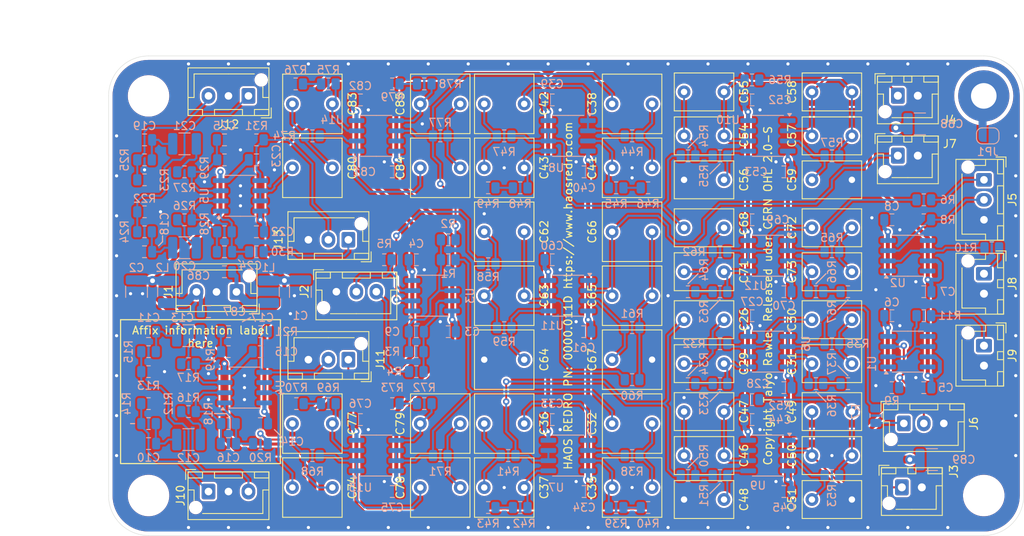
<source format=kicad_pcb>
(kicad_pcb (version 20240108) (generator "pcbnew") (generator_version "8.0")
  (title_block (title "4th order stereo crossover for 2.1 audio systems") (company "Haos Redro PN: 0000.011D") (comment 1 "Copyright Taiyo Rawle 2025") (comment 2 "Released under CERN OHL 2.0-S"))
  (layers (0 "F.Cu" signal) (31 "B.Cu" signal) (34 "B.Paste" user) (35 "F.Paste" user) (36 "B.SilkS" user "B.Silkscreen") (37 "F.SilkS" user "F.Silkscreen") (38 "B.Mask" user) (39 "F.Mask" user) (44 "Edge.Cuts" user))
  (net 0 "")
  (net 1 "+15V")
  (net 2 "GND")
  (net 3 "-15V")
  (net 4 "Net-(U1A--)")
  (net 5 "Net-(U2A--)")
  (net 6 "Net-(C13-Pad2)")
  (net 7 "/Input stage CH1/OUT")
  (net 8 "Net-(U5A-+)")
  (net 9 "Net-(C32-Pad2)")
  (net 10 "/Input stage CH2/OUT")
  (net 11 "Net-(U6A-+)")
  (net 12 "Net-(C38-Pad2)")
  (net 13 "Net-(U6B-+)")
  (net 14 "Net-(U7A-+)")
  (net 15 "/Mid lowpass CH1/OUT")
  (net 16 "Net-(U7B-+)")
  (net 17 "Net-(U8A-+)")
  (net 18 "/Mid lowpass CH2/OUT")
  (net 19 "Net-(U8B-+)")
  (net 20 "Net-(J1-Pin_3)")
  (net 21 "Net-(J1-Pin_1)")
  (net 22 "Net-(J2-Pin_2)")
  (net 23 "Net-(J5-Pin_1)")
  (net 24 "Net-(J6-Pin_1)")
  (net 25 "Net-(J6-Pin_2)")
  (net 26 "Net-(C24-Pad2)")
  (net 27 "Net-(C46-Pad2)")
  (net 28 "Net-(U9A-+)")
  (net 29 "/Sub lowpass1/OUT")
  (net 30 "Net-(U9B-+)")
  (net 31 "/Sub lowpass1/IN")
  (net 32 "Net-(U9B--)")
  (net 33 "Net-(JP1-B)")
  (net 34 "/Mid highpass CH1/IN")
  (net 35 "Net-(C20-Pad2)")
  (net 36 "Net-(U4A-+)")
  (net 37 "/Mid highpass CH2/IN")
  (net 38 "Net-(U4A--)")
  (net 39 "Net-(U10A-+)")
  (net 40 "Net-(C68-Pad2)")
  (net 41 "Net-(U10B-+)")
  (net 42 "/Mid highpass CH1/OUT")
  (net 43 "/Mid highpass CH2/OUT")
  (net 44 "Net-(U10B--)")
  (net 45 "Net-(J10-Pin_1)")
  (net 46 "Net-(J11-Pin_1)")
  (net 47 "Net-(J13-Pin_2)")
  (net 48 "Net-(J13-Pin_1)")
  (net 49 "Net-(C9-Pad2)")
  (net 50 "Net-(C10-Pad1)")
  (net 51 "Net-(C11-Pad2)")
  (net 52 "Net-(C12-Pad2)")
  (net 53 "Net-(C16-Pad2)")
  (net 54 "Net-(C18-Pad1)")
  (net 55 "Net-(C19-Pad2)")
  (net 56 "Net-(C21-Pad2)")
  (net 57 "Net-(U5A--)")
  (net 58 "Net-(C26-Pad2)")
  (net 59 "Net-(U6B--)")
  (net 60 "Net-(C30-Pad2)")
  (net 61 "/Sub highpass CH1/IN")
  (net 62 "Net-(C36-Pad2)")
  (net 63 "/Sub highpass CH2/IN")
  (net 64 "Net-(C42-Pad2)")
  (net 65 "Net-(C49-Pad2)")
  (net 66 "Net-(C54-Pad2)")
  (net 67 "Net-(C57-Pad2)")
  (net 68 "Net-(C62-Pad2)")
  (net 69 "Net-(U11B--)")
  (net 70 "Net-(U11B-+)")
  (net 71 "Net-(C65-Pad2)")
  (net 72 "Net-(U11A-+)")
  (net 73 "Net-(U12B-+)")
  (net 74 "Net-(U12B--)")
  (net 75 "Net-(C72-Pad2)")
  (net 76 "Net-(U12A-+)")
  (net 77 "Net-(C74-Pad2)")
  (net 78 "Net-(U13A-+)")
  (net 79 "Net-(C78-Pad2)")
  (net 80 "Net-(U13B-+)")
  (net 81 "Net-(C80-Pad2)")
  (net 82 "Net-(U14A-+)")
  (net 83 "Net-(C84-Pad2)")
  (net 84 "Net-(U14B-+)")
  (net 85 "Net-(J5-Pin_2)")
  (net 86 "Net-(J8-Pin_1)")
  (net 87 "Net-(J9-Pin_1)")
  (net 88 "Net-(J10-Pin_3)")
  (net 89 "Net-(J11-Pin_2)")
  (net 90 "Net-(J12-Pin_1)")
  (net 91 "Net-(J12-Pin_3)")
  (net 92 "Net-(R33-Pad1)")
  (net 93 "Net-(R36-Pad1)")
  (net 94 "Net-(R39-Pad1)")
  (net 95 "Net-(R42-Pad1)")
  (net 96 "Net-(R45-Pad1)")
  (net 97 "Net-(R48-Pad1)")
  (net 98 "Net-(R63-Pad1)")
  (net 99 "Net-(R66-Pad1)")
  (net 100 "Net-(R69-Pad1)")
  (net 101 "Net-(R72-Pad1)")
  (net 102 "Net-(R75-Pad1)")
  (net 103 "Net-(R78-Pad1)")
  (net 110 "Net-(U3B--)")
  (net 111 "Net-(J2-Pin_3)")
  (net 112 "Net-(U14A--)")
  (net 113 "Net-(U13A--)")
  (net 114 "Net-(U8A--)")
  (net 115 "Net-(U7A--)")
  (footprint "Capacitor_THT:C_Rect_L7.2mm_W7.2mm_P5.00mm_FKS2_FKP2_MKS2_MKP2" (layer "F.Cu") (at 132 76 180)
    (property "Reference" "C42")
    (property "Value" "C")
  )
  (footprint "Capacitor_THT:C_Rect_L7.2mm_W7.2mm_P5.00mm_FKS2_FKP2_MKS2_MKP2" (layer "F.Cu") (at 103 124)
    (property "Reference" "C74")
    (property "Value" "C")
  )
  (footprint "MountingHole:MountingHole_3.2mm_M3" (layer "F.Cu") (at 189.5 125)
    (property "Reference" "H1" (hide yes))
    (property "Value" "M3")
  )
  (footprint "Connector_JST:JST_XH_B3B-XH-AM_1x03_P2.50mm_Vertical" (layer "F.Cu") (at 110 108 180)
    (property "Reference" "J11")
    (property "Value" "XH")
  )
  (footprint "Capacitor_THT:C_Rect_L7.2mm_W4.5mm_P5.00mm_FKS2_FKP2_MKS2_MKP2" (layer "F.Cu") (at 157 80 180)
    (property "Reference" "C54")
    (property "Value" "C")
  )
  (footprint "Capacitor_THT:C_Rect_L7.2mm_W4.5mm_P5.00mm_FKS2_FKP2_MKS2_MKP2" (layer "F.Cu") (at 168 103)
    (property "Reference" "C30")
    (property "Value" "C")
  )
  (footprint "Capacitor_THT:C_Rect_L7.2mm_W7.2mm_P5.00mm_FKS2_FKP2_MKS2_MKP2" (layer "F.Cu") (at 127 124)
    (property "Reference" "C37")
    (property "Value" "C")
  )
  (footprint "Capacitor_THT:C_Rect_L7.2mm_W4.5mm_P5.00mm_FKS2_FKP2_MKS2_MKP2" (layer "F.Cu") (at 152 108.5)
    (property "Reference" "C29")
    (property "Value" "C")
  )
  (footprint "Capacitor_THT:C_Rect_L7.2mm_W4.5mm_P5.00mm_FKS2_FKP2_MKS2_MKP2" (layer "F.Cu") (at 168 85.5)
    (property "Reference" "C59")
    (property "Value" "C")
  )
  (footprint "Capacitor_THT:C_Rect_L7.2mm_W7.2mm_P5.00mm_FKS2_FKP2_MKS2_MKP2" (layer "F.Cu") (at 132 100 180)
    (property "Reference" "C63")
    (property "Value" "C")
  )
  (footprint "Capacitor_THT:C_Rect_L7.2mm_W4.5mm_P5.00mm_FKS2_FKP2_MKS2_MKP2" (layer "F.Cu") (at 157 114.5 180)
    (property "Reference" "C47")
    (property "Value" "C")
  )
  (footprint "Capacitor_THT:C_Rect_L7.2mm_W4.5mm_P5.00mm_FKS2_FKP2_MKS2_MKP2" (layer "F.Cu") (at 168 91.5)
    (property "Reference" "C72")
    (property "Value" "C")
  )
  (footprint "Capacitor_THT:C_Rect_L7.2mm_W7.2mm_P5.00mm_FKS2_FKP2_MKS2_MKP2" (layer "F.Cu") (at 143 108)
    (property "Reference" "C67")
    (property "Value" "C")
  )
  (footprint "Capacitor_THT:C_Rect_L7.2mm_W4.5mm_P5.00mm_FKS2_FKP2_MKS2_MKP2" (layer "F.Cu") (at 168 80)
    (property "Reference" "C57")
    (property "Value" "C")
  )
  (footprint "Connector_JST:JST_XH_B3B-XH-AM_1x03_P2.50mm_Vertical" (layer "F.Cu") (at 108.5 99.5)
    (property "Reference" "J2")
    (property "Value" "XH")
  )
  (footprint "Connector_JST:JST_XH_B2B-XH-AM_1x02_P2.50mm_Vertical" (layer "F.Cu") (at 179.25 123.975)
    (property "Reference" "J3")
    (property "Value" "XH")
  )
  (footprint "Capacitor_THT:C_Rect_L7.2mm_W7.2mm_P5.00mm_FKS2_FKP2_MKS2_MKP2" (layer "F.Cu") (at 148 84 180)
    (property "Reference" "C41")
    (property "Value" "C")
  )
  (footprint "Connector_JST:JST_XH_B3B-XH-AM_1x03_P2.50mm_Vertical" (layer "F.Cu") (at 96 99.525 180)
    (property "Reference" "J1")
    (property "Value" "XH")
  )
  (footprint "MountingHole:MountingHole_3.2mm_M3_Pad" (layer "F.Cu") (at 189.5 75)
    (property "Reference" "H4" (hide yes))
    (property "Value" "M3")
  )
  (footprint "Capacitor_THT:C_Rect_L7.2mm_W7.2mm_P5.00mm_FKS2_FKP2_MKS2_MKP2" (layer "F.Cu") (at 143 116)
    (property "Reference" "C32")
    (property "Value" "C")
  )
  (footprint "Capacitor_THT:C_Rect_L7.2mm_W4.5mm_P5.00mm_FKS2_FKP2_MKS2_MKP2" (layer "F.Cu") (at 157 125.5 180)
    (property "Reference" "C48")
    (property "Value" "C")
  )
  (footprint "Capacitor_THT:C_Rect_L7.2mm_W7.2mm_P5.00mm_FKS2_FKP2_MKS2_MKP2" (layer "F.Cu") (at 103 116)
    (property "Reference" "C77")
    (property "Value" "C")
  )
  (footprint "Connector_JST:JST_XH_B2B-XH-AM_1x02_P2.50mm_Vertical" (layer "F.Cu") (at 189.525 106.25 -90)
    (property "Reference" "J9")
    (property "Value" "XH")
  )
  (footprint "Capacitor_THT:C_Rect_L7.2mm_W7.2mm_P5.00mm_FKS2_FKP2_MKS2_MKP2" (layer "F.Cu") (at 132 92 180)
    (property "Reference" "C62")
    (property "Value" "C")
  )
  (footprint "Capacitor_THT:C_Rect_L7.2mm_W7.2mm_P5.00mm_FKS2_FKP2_MKS2_MKP2" (layer "F.Cu") (at 119 84)
    (property "Reference" "C84")
    (property "Value" "C")
  )
  (footprint "Capacitor_THT:C_Rect_L7.2mm_W4.5mm_P5.00mm_FKS2_FKP2_MKS2_MKP2" (layer "F.Cu") (at 157 74.5 180)
    (property "Reference" "C55")
    (property "Value" "C")
  )
  (footprint "Capacitor_THT:C_Rect_L7.2mm_W7.2mm_P5.00mm_FKS2_FKP2_MKS2_MKP2" (layer "F.Cu") (at 103 84)
    (property "Reference" "C80")
    (property "Value" "C")
  )
  (footprint "Capacitor_THT:C_Rect_L7.2mm_W7.2mm_P5.00mm_FKS2_FKP2_MKS2_MKP2" (layer "F.Cu") (at 143 76)
    (property "Reference" "C38")
    (property "Value" "C")
  )
  (footprint "Capacitor_THT:C_Rect_L7.2mm_W4.5mm_P5.00mm_FKS2_FKP2_MKS2_MKP2" (layer "F.Cu") (at 168 125.5)
    (property "Reference" "C51")
    (property "Value" "C")
  )
  (footprint "Capacitor_THT:C_Rect_L7.2mm_W7.2mm_P5.00mm_FKS2_FKP2_MKS2_MKP2" (layer "F.Cu") (at 132 116 180)
    (property "Reference" "C36")
    (property "Value" "C")
  )
  (footprint "Capacitor_THT:C_Rect_L7.2mm_W7.2mm_P5.00mm_FKS2_FKP2_MKS2_MKP2" (layer "F.Cu") (at 124 76 180)
    (property "Reference" "C85")
    (property "Value" "C")
  )
  (footprint "Capacitor_THT:C_Rect_L7.2mm_W7.2mm_P5.00mm_FKS2_FKP2_MKS2_MKP2" (layer "F.Cu") (at 127 84)
    (property "Reference" "C43")
    (property "Value" "C")
  )
  (footprint "Capacitor_THT:C_Rect_L7.2mm_W7.2mm_P5.00mm_FKS2_FKP2_MKS2_MKP2" (layer "F.Cu") (at 119 124)
    (property "Reference" "C78")
    (property "Value" "C")
  )
  (footprint "Capacitor_THT:C_Rect_L7.2mm_W7.2mm_P5.00mm_FKS2_FKP2_MKS2_MKP2" (layer "F.Cu") (at 103 76)
    (property "Reference" "C83")
    (property "Value" "C")
  )
  (footprint "Capacitor_THT:C_Rect_L7.2mm_W4.5mm_P5.00mm_FKS2_FKP2_MKS2_MKP2" (layer "F.Cu") (at 157 85.5 180)
    (property "Reference" "C56")
    (property "Value" "C")
  )
  (footprint "MountingHole:MountingHole_3.2mm_M3" (layer "F.Cu") (at 85 125)
    (property "Reference" "H2" (hide yes))
    (property "Value" "M3")
  )
  (footprint "Capacitor_THT:C_Rect_L7.2mm_W7.2mm_P5.00mm_FKS2_FKP2_MKS2_MKP2" (layer "F.Cu") (at 148 124 180)
    (property "Reference" "C35")
    (property "Value" "C")
  )
  (footprint "MountingHole:MountingHole_3.2mm_M3" (layer "F.Cu") (at 85 75)
    (property "Reference" "H3" (hide yes))
    (property "Value" "M3")
  )
  (footprint "Connector_JST:JST_XH_B3B-XH-AM_1x03_P2.50mm_Vertical" (layer "F.Cu") (at 179.5 115.975)
    (property "Reference" "J6")
    (property "Value" "XH")
  )
  (footprint "Capacitor_THT:C_Rect_L7.2mm_W4.5mm_P5.00mm_FKS2_FKP2_MKS2_MKP2" (layer "F.Cu") (at 173 97 180)
    (property "Reference" "C73")
    (property "Value" "C")
  )
  (footprint "Capacitor_THT:C_Rect_L7.2mm_W4.5mm_P5.00mm_FKS2_FKP2_MKS2_MKP2" (layer "F.Cu") (at 152 91.5)
    (property "Reference" "C68")
    (property "Value" "C")
  )
  (footprint "Connector_JST:JST_XH_B3B-XH-AM_1x03_P2.50mm_Vertical" (layer "F.Cu") (at 92.5 124.5)
    (property "Reference" "J10")
    (property "Value" "XH")
  )
  (footprint "Capacitor_THT:C_Rect_L7.2mm_W7.2mm_P5.00mm_FKS2_FKP2_MKS2_MKP2" (layer "F.Cu") (at 132 108 180)
    (property "Reference" "C64")
    (property "Value" "C")
  )
  (footprint "Capacitor_THT:C_Rect_L7.2mm_W4.5mm_P5.00mm_FKS2_FKP2_MKS2_MKP2" (layer "F.Cu") (at 168 114.5)
    (property "Reference" "C49")
    (property "Value" "C")
  )
  (footprint "Connector_JST:JST_XH_B2B-XH-AM_1x02_P2.50mm_Vertical" (layer "F.Cu") (at 178.75 82.475)
    (property "Reference" "J7")
    (property "Value" "XH")
  )
  (footprint "Capacitor_THT:C_Rect_L7.2mm_W4.5mm_P5.00mm_FKS2_FKP2_MKS2_MKP2" (layer "F.Cu") (at 157 120 180)
    (property "Reference" "C46")
    (property "Value" "C")
  )
  (footprint "Capacitor_THT:C_Rect_L7.2mm_W7.2mm_P5.00mm_FKS2_FKP2_MKS2_MKP2" (layer "F.Cu") (at 143 100)
    (property "Reference" "C65")
    (property "Value" "C")
  )
  (footprint "Connector_JST:JST_XH_B3B-XH-AM_1x03_P2.50mm_Vertical" (layer "F.Cu") (at 97.5 75 180)
    (property "Reference" "J12")
    (property "Value" "XH")
  )
  (footprint "Connector_JST:JST_XH_B2B-XH-AM_1x02_P2.50mm_Vertical" (layer "F.Cu") (at 178.75 74.975)
    (property "Reference" "J4")
    (property "Value" "XH")
  )
  (footprint "Capacitor_THT:C_Rect_L7.2mm_W4.5mm_P5.00mm_FKS2_FKP2_MKS2_MKP2" (layer "F.Cu") (at 168 120)
    (property "Reference" "C50")
    (property "Value" "C")
  )
  (footprint "Capacitor_THT:C_Rect_L7.2mm_W4.5mm_P5.00mm_FKS2_FKP2_MKS2_MKP2" (layer "F.Cu") (at 152 103)
    (property "Reference" "C26")
    (property "Value" "C")
  )
  (footprint "Connector_JST:JST_XH_B3B-XH-AM_1x03_P2.50mm_Vertical" (layer "F.Cu") (at 110 93 180)
    (property "Reference" "J13")
    (property "Value" "XH")
  )
  (footprint "Capacitor_THT:C_Rect_L7.2mm_W7.2mm_P5.00mm_FKS2_FKP2_MKS2_MKP2" (layer "F.Cu") (at 143 92)
    (property "Reference" "C66")
    (property "Value" "C")
  )
  (footprint "Capacitor_THT:C_Rect_L7.2mm_W4.5mm_P5.00mm_FKS2_FKP2_MKS2_MKP2" (layer "F.Cu") (at 152 97)
    (property "Reference" "C71")
    (property "Value" "C")
  )
  (footprint "Connector_JST:JST_XH_B2B-XH-AM_1x02_P2.50mm_Vertical" (layer "F.Cu") (at 189.525 97.25 -90)
    (property "Reference" "J8")
    (property "Value" "XH")
  )
  (footprint "Connector_JST:JST_XH_B3B-XH-AM_1x03_P2.50mm_Vertical" (layer "F.Cu") (at 189.525 85.5 -90)
    (property "Reference" "J5")
    (property "Value" "XH")
  )
  (footprint "Capacitor_THT:C_Rect_L7.2mm_W7.2mm_P5.00mm_FKS2_FKP2_MKS2_MKP2" (layer "F.Cu") (at 124 116 180)
    (property "Reference" "C79")
    (property "Value" "C")
  )
  (footprint "Capacitor_THT:C_Rect_L7.2mm_W4.5mm_P5.00mm_FKS2_FKP2_MKS2_MKP2" (layer "F.Cu") (at 168 74.5)
    (property "Reference" "C58")
    (property "Value" "C")
  )
  (footprint "Capacitor_THT:C_Rect_L7.2mm_W4.5mm_P5.00mm_FKS2_FKP2_MKS2_MKP2" (layer "F.Cu") (at 173 108.5 180)
    (property "Reference" "C31")
    (property "Value" "C")
  )
  (footprint "Resistor_SMD:R_0805_2012Metric" (layer "B.Cu") (at 176 115 -90)
    (property "Reference" "R7")
    (property "Value" "100")
  )
  (footprint "Capacitor_SMD:C_0805_2012Metric" (layer "B.Cu") (at 115.5 84.5 180)
    (property "Reference" "C81")
    (property "Value" "104")
  )
  (footprint "Capacitor_SMD:C_1210_3225Metric" (layer "B.Cu") (at 183 120.5 180)
    (property "Reference" "C89")
    (property "Value" "106")
  )
  (footprint "Package_SO:SOIC-8_3.9x4.9mm_P1.27mm" (layer "B.Cu") (at 162.5 107 180)
    (property "Reference" "U6")
    (property "Value" "TL072")
  )
  (footprint "Resistor_SMD:R_0805_2012Metric" (layer "B.Cu") (at 172.5 111 180)
    (property "Reference" "R37")
    (property "Value" "R")
  )
  (footprint "Resistor_SMD:R_0805_2012Metric" (layer "B.Cu") (at 103.4125 73.5)
    (property "Reference" "R76")
    (property "Value" "R")
  )
  (footprint "Resistor_SMD:R_0805_2012Metric" (layer "B.Cu") (at 170.5 82.5 180)
    (property "Reference" "R57")
    (property "Value" "R")
  )
  (footprint "Resistor_SMD:R_0805_2012Metric" (layer "B.Cu") (at 85 116)
    (property "Reference" "R14")
    (property "Value" "100")
  )
  (footprint "Capacitor_SMD:C_0805_2012Metric" (layer "B.Cu") (at 160.5 90.5)
    (property "Reference" "C69")
    (property "Value" "104")
  )
  (footprint "Capacitor_SMD:C_0805_2012Metric" (layer "B.Cu") (at 84.5 80.5)
    (property "Reference" "C19")
    (property "Value" "221")
  )
  (footprint "Resistor_SMD:R_0805_2012Metric" (layer "B.Cu") (at 95 116)
    (property "Reference" "R18")
    (property "Value" "10K")
  )
  (footprint "Resistor_SMD:R_0805_2012Metric" (layer "B.Cu") (at 84.5 89.5 180)
    (property "Reference" "R22")
    (property "Value" "1M")
  )
  (footprint "Resistor_SMD:R_0805_2012Metric" (layer "B.Cu") (at 85 107)
    (property "Reference" "R15")
    (property "Value" "100")
  )
  (footprint "Capacitor_SMD:C_1210_3225Metric" (layer "B.Cu") (at 181.5 78.5)
    (property "Reference" "C88")
    (property "Value" "106")
  )
  (footprint "Package_SO:SOIC-8_3.9x4.9mm_P1.27mm" (layer "B.Cu") (at 113.5 80)
    (property "Reference" "U14")
    (property "Value" "TL072")
  )
  (footprint "Resistor_SMD:R_0805_2012Metric" (layer "B.Cu") (at 127.5 126.5)
    (property "Reference" "R43")
    (property "Value" "R")
  )
  (footprint "Resistor_SMD:R_0805_2012Metric" (layer "B.Cu") (at 84.5 85.5)
    (property "Reference" "R23")
    (property "Value" "1M")
  )
  (footprint "Resistor_SMD:R_0805_2012Metric" (layer "B.Cu") (at 156.5 106)
    (property "Reference" "R32")
    (property "Value" "R")
  )
  (footprint "Resistor_SMD:R_0805_2012Metric" (layer "B.Cu") (at 152.5 111)
    (property "Reference" "R34")
    (property "Value" "R")
  )
  (footprint "Resistor_SMD:R_0805_2012Metric" (layer "B.Cu") (at 98.5 94.5)
    (property "Reference" "R30")
    (property "Value" "100")
  )
  (footprint "Capacitor_SMD:C_1210_3225Metric" (layer "B.Cu") (at 104 99.5 -90)
    (property "Reference" "C1")
    (property "Value" "106")
  )
  (footprint "Capacitor_SMD:C_0805_2012Metric" (layer "B.Cu") (at 94.5 97 180)
    (property "Reference" "C86")
    (property "Value" "104")
  )
  (footprint "Package_SO:SOIC-8_3.9x4.9mm_P1.27mm" (layer "B.Cu") (at 180 107)
    (property "Reference" "U1")
    (property "Value" "TL071")
  )
  (footprint "Capacitor_SMD:C_0805_2012Metric" (layer "B.Cu") (at 95 104.5)
    (property "Reference" "C17")
    (property "Value" "221")
  )
  (footprint "Resistor_SMD:R_0805_2012Metric" (layer "B.Cu") (at 94.5 92)
    (property "Reference" "R28")
    (property "Value" "10K")
  )
  (footprint "Resistor_SMD:R_0805_2012Metric" (layer "B.Cu") (at 90 114.5)
    (property "Reference" "R16")
    (property "Value" "10K")
  )
  (footprint "Package_SO:SOIC-8_3.9x4.9mm_P1.27mm" (layer "B.Cu") (at 162.5 80 180)
    (property "Reference" "U10")
    (property "Value" "TL072")
  )
  (footprint "Resistor_SMD:R_0805_2012Metric" (layer "B.Cu") (at 118.5 109.5 180)
    (property "Reference" "R4")
    (property "Value" "100")
  )
  (footprint "Capacitor_SMD:C_0805_2012Metric" (layer "B.Cu") (at 139.5 84.5)
    (property "Reference" "C40")
    (property "Value" "104")
  )
  (footprint "Resistor_SMD:R_0805_2012Metric" (layer "B.Cu") (at 119.5 113.5)
    (property "Reference" "R72")
    (property "Value" "R")
  )
  (footprint "Capacitor_SMD:C_0805_2012Metric" (layer "B.Cu") (at 94.5 80.5)
    (property "Reference" "C25")
    (property "Value" "221")
  )
  (footprint "Capacitor_SMD:C_0805_2012Metric" (layer "B.Cu") (at 178 102.5 180)
    (property "Reference" "C6")
    (property "Value" "104")
  )
  (footprint "Capacitor_SMD:C_0805_2012Metric" (layer "B.Cu") (at 135.5 75.5)
    (property "Reference" "C39")
    (property "Value" "104")
  )
  (footprint "Package_SO:SOIC-8_3.9x4.9mm_P1.27mm" (layer "B.Cu") (at 137.5 100 180)
    (property "Reference" "U11")
    (property "Value" "TL072")
  )
  (footprint "Resistor_SMD:R_0805_2012Metric" (layer "B.Cu") (at 114.5 95.5)
    (property "Reference" "R5")
    (property "Value" "5K6")
  )
  (footprint "Resistor_SMD:R_0805_2012Metric" (layer "B.Cu") (at 131.5 86.5)
    (property "Reference" "R48")
    (property "Value" "R")
  )
  (footprint "Resistor_SMD:R_0805_2012Metric" (layer "B.Cu") (at 89.5 84.5)
    (property "Reference" "R27")
    (property "Value" "10K")
  )
  (footprint "Resistor_SMD:R_0805_2012Metric" (layer "B.Cu") (at 99 104.5)
    (property "Reference" "R21")
    (property "Value" "5K6")
  )
  (footprint "Resistor_SMD:R_0805_2012Metric" (layer "B.Cu") (at 156.5 99.5)
    (property "Reference" "R63")
    (property "Value" "R")
  )
  (footprint "Resistor_SMD:R_0805_2012Metric" (layer "B.Cu") (at 147.5 86.5 180)
    (property "Reference" "R46")
    (property "Value" "R")
  )
  (footprint "Resistor_SMD:R_0805_2012Metric" (layer "B.Cu") (at 121.5 80 180)
    (property "Reference" "R77")
    (property "Value" "R")
  )
  (footprint "Resistor_SMD:R_0805_2012Metric" (layer "B.Cu") (at 107.5 113.5)
    (property "Reference" "R69")
    (property "Value" "R")
  )
  (footprint "Resistor_SMD:R_0805_2012Metric" (layer "B.Cu") (at 172.5 99.5 180)
    (property "Reference" "R67")
    (property "Value" "R")
  )
  (footprint "Resistor_SMD:R_0805_2012Metric" (layer "B.Cu") (at 105.5 80)
    (property "Reference" "R74")
    (property "Value" "R")
  )
  (footprint "Resistor_SMD:R_0805_2012Metric" (layer "B.Cu") (at 156.5 82.5)
    (property "Reference" "R55")
    (property "Value" "R")
  )
  (footprint "Resistor_SMD:R_0805_2012Metric" (layer "B.Cu") (at 168.5 99.5 180)
    (property "Reference" "R66")
    (property "Value" "R")
  )
  (footprint "Resistor_SMD:R_0805_2012Metric" (layer "B.Cu") (at 85 109.5)
    (property "Reference" "R13")
    (property "Value" "1M")
  )
  (footprint "Capacitor_SMD:C_0805_2012Metric" (layer "B.Cu") (at 84.5 94.5 180)
    (property "Reference" "C18")
    (property "Value" "221")
  )
  (footprint "Capacitor_SMD:C_0805_2012Metric" (layer "B.Cu") (at 135.5 115.5)
    (property "Reference" "C33")
    (property "Value" "104")
  )
  (footprint "Resistor_SMD:R_0805_2012Metric" (layer "B.Cu") (at 99 118.5)
    (property "Reference" "R20")
    (property "Value" "100")
  )
  (footprint "Capacitor_SMD:C_0805_2012Metric" (layer "B.Cu") (at 98.5 92 180)
    (property "Reference" "C22")
    (property "Value" "104")
  )
  (footprint "Resistor_SMD:R_0805_2012Metric" (layer "B.Cu") (at 122.5 93 180)
    (property "Reference" "R2")
    (property "Value" "20K")
  )
  (footprint "Resistor_SMD:R_0805_2012Metric" (layer "B.Cu") (at 95 107)
    (property "Reference" "R19")
    (property "Value" "10K")
  )
  (footprint "Resistor_SMD:R_0805_2012Metric" (layer "B.Cu") (at 105.5 120)
    (property "Reference" "R68")
    (property "Value" "R")
  )
  (footprint "Capacitor_SMD:C_0805_2012Metric" (layer "B.Cu") (at 98.5 83 180)
    (property "Reference" "C23")
    (property "Value" "104")
  )
  (footprint "Resistor_SMD:R_0805_2012Metric" (layer "B.Cu") (at 115.5 73.5)
    (property "Reference" "R79")
    (property "Value" "R")
  )
  (footprint "Resistor_SMD:R_0805_2012Metric" (layer "B.Cu") (at 182 90.5)
    (property "Reference" "R8")
    (property "Value" "5K6")
  )
  (footprint "Capacitor_SMD:C_0805_2012Metric" (layer "B.Cu") (at 85 118.5 180)
    (property "Reference" "C10")
    (property "Value" "221")
  )
  (footprint "Resistor_SMD:R_0805_2012Metric" (layer "B.Cu") (at 156.5 122.5)
    (property "Reference" "R51")
    (property "Value" "R")
  )
  (footprint "Package_SO:SOIC-8_3.9x4.9mm_P1.27mm" (layer "B.Cu") (at 96.5 87.5)
    (property "Reference" "U5")
    (property "Value" "TL072")
  )
  (footprint "Resistor_SMD:R_0805_2012Metric" (layer "B.Cu") (at 152.5 82.5)
    (property "Reference" "R54")
    (property "Value" "R")
  )
  (footprint "Capacitor_SMD:C_0805_2012Metric" (layer "B.Cu") (at 95 118.5)
    (property "Reference" "C16")
    (property "Value" "221")
  )
  (footprint "Resistor_SMD:R_0805_2012Metric" (layer "B.Cu") (at 168.5 111 180)
    (property "Reference" "R36")
    (property "Value" "R")
  )
  (footprint "Resistor_SMD:R_0805_2012Metric" (layer "B.Cu") (at 127.5 96)
    (property "Reference" "R58")
    (property "Value" "R")
  )
  (footprint "Resistor_SMD:R_0805_2012Metric" (layer "B.Cu") (at 131.5 126.5)
    (property "Reference" "R42")
    (property "Value" "R")
  )
  (footprint "Resistor_SMD:R_0805_2012Metric" (layer "B.Cu") (at 90 108.5)
    (property "Reference" "R17")
    (property "Value" "10K")
  )
  (footprint "Resistor_SMD:R_0805_2012Metric" (layer "B.Cu") (at 145.5 110.5)
    (property "Reference" "R60")
    (property "Value" "R")
  )
  (footprint "Resistor_SMD:R_0805_2012Metric" (layer "B.Cu") (at 145.5 104 180)
    (property "Reference" "R61")
    (property "Value" "R")
  )
  (footprint "Resistor_SMD:R_0805_2012Metric" (layer "B.Cu") (at 129.5 104)
    (property "Reference" "R59")
    (property "Value" "R")
  )
  (footprint "Capacitor_SMD:C_0805_2012Metric" (layer "B.Cu") (at 164.5 111.5)
    (property "Reference" "C28")
    (property "Value" "104")
  )
  (footprint "Inductor_SMD:L_1210_3225Metric" (layer "B.Cu") (at 100 99.5 90)
    (property "Reference" "L1")
    (property "Value" "22")
  )
  (footprint "Resistor_SMD:R_0805_2012Metric" (layer "B.Cu") (at 160.5 113)
    (property "Reference" "R52")
    (property "Value" "R")
  )
  (footprint "Resistor_SMD:R_0805_2012Metric" (layer "B.Cu") (at 107.5 73.5)
    (property "Reference" "R75")
    (property "Value" "R")
  )
  (footprint "Inductor_SMD:L_1210_3225Metric" (layer "B.Cu") (at 87.5 99.525 90)
    (property "Reference" "L2")
    (property "Value" "22")
  )
  (footprint "Resistor_SMD:R_0805_2012Metric" (layer "B.Cu") (at 129.5 80)
    (property "Reference" "R47")
    (property "Value" "R")
  )
  (footprint "Resistor_SMD:R_0805_2012Metric" (layer "B.Cu") (at 160.5 73)
    (property "Reference" "R56")
    (property "Value" "R")
  )
  (footprint "Capacitor_SMD:C_0805_2012Metric" (layer "B.Cu") (at 164.5 84.5)
    (property "Reference" "C53")
    (property "Value" "104")
  )
  (footprint "Resistor_SMD:R_0805_2012Metric" (layer "B.Cu") (at 84.5 92)
    (property "Reference" "R24")
    (property "Value" "100")
  )
  (footprint "Capacitor_SMD:C_1210_3225Metric" (layer "B.Cu") (at 83.5 99.5 90)
    (property "Reference" "C2")
    (property "Value" "106")
  )
  (footprint "Package_SO:SOIC-8_3.9x4.9mm_P1.27mm" (layer "B.Cu") (at 162.5 95 180)
    (property "Reference" "U12")
    (property "Value" "TL072")
  )
  (footprint "Resistor_SMD:R_0805_2012Metric" (layer "B.Cu") (at 152.5 122.5)
    (property "Reference" "R50")
    (property "Value" "R")
  )
  (footprint "Resistor_SMD:R_0805_2012Metric" (layer "B.Cu") (at 122.5 95.5 180)
    (property "Reference" "R1")
    (property "Value" "20K")
  )
  (footprint "Package_SO:SOIC-8_3.9x4.9mm_P1.27mm" (layer "B.Cu") (at 137.5 80 180)
    (property "Reference" "U8")
    (property "Value" "TL072")
  )
  (footprint "Resistor_SMD:R_0805_2012Metric" (layer "B.Cu") (at 119.5 73.5)
    (property "Reference" "R78")
    (property "Value" "R")
  )
  (footprint "Resistor_SMD:R_0805_2012Metric" (layer "B.Cu") (at 130 120)
    (property "Reference" "R41")
    (property "Value" "R")
  )
  (footprint "Capacitor_SMD:C_0805_2012Metric" (layer "B.Cu") (at 160.5 75.5)
    (property "Reference" "C52")
    (property "Value" "104")
  )
  (footprint "Resistor_SMD:R_0805_2012Metric" (layer "B.Cu") (at 147.5 126.5 180)
    (property "Reference" "R40")
    (property "Value" "R")
  )
  (footprint "Capacitor_SMD:C_0805_2012Metric" (layer "B.Cu") (at 85 104.5)
    (property "Reference" "C11")
    (property "Value" "221")
  )
  (footprint "Resistor_SMD:R_0805_2012Metric" (layer "B.Cu") (at 115.5 113.5)
    (property "Reference" "R73")
    (property "Value" "R")
  )
  (footprint "Resistor_SMD:R_0805_2012Metric" (layer "B.Cu") (at 98.5 80.5)
    (property "Reference" "R31")
    (property "Value" "5K6")
  )
  (footprint "Resistor_SMD:R_0805_2012Metric" (layer "B.Cu") (at 170.5 94.5 180)
    (property "Reference" "R65")
    (property "Value" "R")
  )
  (footprint "Capacitor_SMD:C_0805_2012Metric" (layer "B.Cu") (at 118.5 104.5)
    (property "Reference" "C9")
    (property "Value" "221")
  )
  (footprint "Resistor_SMD:R_0805_2012Metric" (layer "B.Cu") (at 143.5 126.5 180)
    (property "Reference" "R39")
    (property "Value" "R")
  )
  (footprint "Capacitor_SMD:C_0805_2012Metric" (layer "B.Cu") (at 178 90.5 180)
    (property "Reference" "C8")
    (property "Value" "104")
  )
  (footprint "Capacitor_SMD:C_0805_2012Metric" (layer "B.Cu") (at 94.5 94.5)
    (property "Reference" "C24")
    (property "Value" "221")
  )
  (footprint "Capacitor_SMD:C_0805_2012Metric" (layer "B.Cu") (at 160.5 115.5)
    (property "Reference" "C44")
    (property "Value" "104")
  )
  (footprint "Capacitor_SMD:C_0805_2012Metric" (layer "B.Cu") (at 111.5 75.5 180)
    (property "Reference" "C82")
    (property "Value" "104")
  )
  (footprint "Package_SO:SOIC-8_3.9x4.9mm_P1.27mm" (layer "B.Cu") (at 180 95)
    (property "Reference" "U2")
    (property "Value" "TL071")
  )
  (footprint "Resistor_SMD:R_0805_2012Metric" (layer "B.Cu") (at 145.5 80 180)
    (property "Reference" "R44")
    (property "Value" "R")
  )
  (footprint "Capacitor_SMD:C_0805_2012Metric" (layer "B.Cu") (at 99 116 180)
    (property "Reference" "C14")
    (property "Value" "104")
  )
  (footprint "Capacitor_SMD:C_0805_2012Metric" (layer "B.Cu") (at 118.5 95.5 180)
    (property "Reference" "C4")
    (property "Value" "104")
  )
  (footprint "Package_SO:SOIC-8_3.9x4.9mm_P1.27mm" (layer "B.Cu") (at 120.5 100)
    (property "Reference" "U3")
    (property "Value" "TL072")
  )
  (footprint "Capacitor_SMD:C_0805_2012Metric" (layer "B.Cu") (at 135.5 95.5)
    (property "Reference" "C60")
    (property "Value" "104")
  )
  (footprint "Package_SO:SOIC-8_3.9x4.9mm_P1.27mm" (layer "B.Cu") (at 113.5 120)
    (property "Reference" "U13")
    (property "Value" "TL072")
  )
  (footprint "Capacitor_SMD:C_0805_2012Metric" (layer "B.Cu") (at 160.5 102.5)
    (property "Reference" "C27")
    (property "Value" "104")
  )
  (footprint "Resistor_SMD:R_0805_2012Metric" (layer "B.Cu") (at 118.5 107)
    (property "Reference" "R3")
    (property "Value" "10K")
  )
  (footprint "Capacitor_SMD:C_0805_2012Metric" (layer "B.Cu") (at 182 111.5 180)
    (property "Reference" "C5")
    (property "Value" "104")
  )
  (footprint "Capacitor_SMD:C_1210_3225Metric" (layer "B.Cu") (at 90 118)
    (property "Reference" "C12")
    (property "Value" "225")
  )
  (footprint "Resistor_SMD:R_0805_2012Metric" (layer "B.Cu") (at 121.5 120 180)
    (property "Reference" "R71")
    (property "Value" "R")
  )
  (footprint "Resistor_SMD:R_0805_2012Metric" (layer "B.Cu") (at 156.5 111)
    (property "Reference" "R33")
    (property "Value" "R")
  )
  (footprint "Resistor_SMD:R_0805_2012Metric" (layer "B.Cu") (at 127.5 86.5)
    (property "Reference" "R49")
    (property "Value" "R")
  )
  (footprint "Package_SO:SOIC-8_3.9x4.9mm_P1.27mm" (layer "B.Cu") (at 162.5 120 180)
    (property "Reference" "U9")
    (property "Value" "TL072")
  )
  (footprint "Resistor_SMD:R_0805_2012Metric" (layer "B.Cu") (at 190.5 94)
    (property "Reference" "R10")
    (property "Value" "100")
  )
  (footprint "Capacitor_SMD:C_0805_2012Metric" (layer "B.Cu") (at 99 107 180)
    (property "Reference" "C15")
    (property "Value" "104")
  )
  (footprint "Resistor_SMD:R_0805_2012Metric" (layer "B.Cu") (at 182 88)
    (property "Reference" "R6")
    (property "Value" "100")
  )
  (footprint "Resistor_SMD:R_0805_2012Metric" (layer "B.Cu") (at 103.5 113.5)
    (property "Reference" "R70")
    (property "Value" "R")
  )
  (footprint "Capacitor_SMD:C_1210_3225Metric" (layer "B.Cu") (at 89.5 81)
    (property "Reference" "C21")
    (property "Value" "225")
  )
  (footprint "Capacitor_SMD:C_0805_2012Metric" (layer "B.Cu") (at 122.5 104.5 180)
    (property "Reference" "C3")
    (property "Value" "104")
  )
  (footprint "Resistor_SMD:R_0805_2012Metric" (layer "B.Cu") (at 156.5 94.5)
    (property "Reference" "R62")
    (property "Value" "R")
  )
  (footprint "Resistor_SMD:R_0805_2012Metric" (layer "B.Cu") (at 145.5 120 180)
    (property "Reference" "R38")
    (property "Value" "R")
  )
  (footprint "Capacitor_SMD:C_0805_2012Metric" (layer "B.Cu") (at 139.45 104.5)
    (property "Reference" "C61")
    (property "Value" "104")
  )
  (footprint "Resistor_SMD:R_0805_2012Metric" (layer "B.Cu") (at 170.5 106 180)
    (property "Reference" "R35")
    (property "Value" "R")
  )
  (footprint "Resistor_SMD:R_0805_2012Metric" (layer "B.Cu") (at 89.5 90.5)
    (property "Reference" "R26")
    (property "Value" "10K")
  )
  (footprint "Resistor_SMD:R_0805_2012Metric" (layer "B.Cu") (at 178 111.5)
    (property "Reference" "R9")
    (property "Value" "5K6")
  )
  (footprint "Capacitor_SMD:C_0805_2012Metric" (layer "B.Cu") (at 182 99.5 180)
    (property "Reference" "C7")
    (property "Value" "104")
  )
  (footprint "Package_SO:SOIC-8_3.9x4.9mm_P1.27mm" (layer "B.Cu") (at 97 111.5)
    (property "Reference" "U4")
    (property "Value" "TL072")
  )
  (footprint "Capacitor_SMD:C_0805_2012Metric" (layer "B.Cu") (at 115.5 124.5 180)
    (property "Reference" "C75")
    (property "Value" "104")
  )
  (footprint "Resistor_SMD:R_0805_2012Metric" (layer "B.Cu") (at 143.5 86.5 180)
    (property "Reference" "R45")
    (property "Value" "R")
  )
  (footprint "Capacitor_SMD:C_0805_2012Metric" (layer "B.Cu") (at 111.5 115.5 180)
    (property "Reference" "C76")
    (property "Value" "104")
  )
  (footprint "Resistor_SMD:R_0805_2012Metric" (layer "B.Cu") (at 182 102.5)
    (property "Reference" "R11")
    (property "Value" "100")
  )
  (footprint "Resistor_SMD:R_0805_2012Metric" (layer "B.Cu") (at 85 113.5 180)
    (property "Reference" "R12")
    (property "Value" "1M")
  )
  (footprint "Resistor_SMD:R_0805_2012Metric" (layer "B.Cu") (at 152.5 99.5)
    (property "Reference" "R64")
    (property "Value" "R")
  )
  (footprint "Resistor_SMD:R_0805_2012Metric" (layer "B.Cu") (at 170.5 122.5 180)
    (property "Reference" "R53")
    (property "Value" "R")
  )
  (footprint "Resistor_SMD:R_0805_2012Metric" (layer "B.Cu") (at 84.5 83)
    (property "Reference" "R25")
    (property "Value" "100")
  )
  (footprint "Resistor_SMD:R_0805_2012Metric" (layer "B.Cu") (at 94.5 83)
    (property "Reference" "R29")
    (property "Value" "10K")
  )
  (footprint "Capacitor_SMD:C_0805_2012Metric" (layer "B.Cu") (at 164.5 99.5)
    (property "Reference" "C70")
    (property "Value" "104")
  )
  (footprint "Capacitor_SMD:C_0805_2012Metric" (layer "B.Cu") (at 139.5 124.5)
    (property "Reference" "C34")
    (property "Value" "104")
  )
  (footprint "Capacitor_SMD:C_1210_3225Metric" (layer "B.Cu") (at 89.5 94)
    (property "Reference" "C20")
    (property "Value" "225")
  )
  (footprint "Capacitor_SMD:C_1210_3225Metric" (layer "B.Cu") (at 90 105)
    (property "Reference" "C13")
    (property "Value" "225")
  )
  (footprint "Capacitor_SMD:C_0805_2012Metric" (layer "B.Cu") (at 92.5 102 180)
    (property "Reference" "C87")
    (property "Value" "104")
  )
  (footprint "Capacitor_SMD:C_0805_2012Metric" (layer "B.Cu") (at 164.5 124.5)
    (property "Reference" "C45")
    (property "Value" "104")
  )
  (footprint "Package_SO:SOIC-8_3.9x4.9mm_P1.27mm" (layer "B.Cu") (at 137.5 120 180)
    (property "Reference" "U7")
    (property "Value" "TL072")
  )
  (footprint "Jumper:SolderJumper-2_P1.3mm_Open_RoundedPad1.0x1.5mm" (layer "B.Cu") (at 190 80 180)
    (property "Reference" "JP1")
    (property "Value" "blob")
  )
  (gr_line (start 82.75 116) (end 83.25 116) (stroke (width 0.15)) (layer "B.SilkS"))
  (gr_line (start 172.5 100.5) (end 171.25 101.75) (stroke (width 0.15)) (layer "B.SilkS"))
  (gr_line (start 152.5 81.5) (end 153.75 80.25) (stroke (width 0.15)) (layer "B.SilkS"))
  (gr_line (start 172.5 110) (end 171.25 108.75) (stroke (width 0.15)) (layer "B.SilkS"))
  (gr_line (start 96.75 103.25) (end 97.75 102.75) (stroke (width 0.15)) (layer "B.SilkS"))
  (gr_line (start 168.5 112) (end 169.75 113.25) (stroke (width 0.15)) (layer "B.SilkS"))
  (gr_line (start 152.5 121.5) (end 153.75 120.25) (stroke (width 0.15)) (layer "B.SilkS"))
  (gr_line (start 156.5 100.5) (end 155.25 101.75) (stroke (width 0.15)) (layer "B.SilkS"))
  (gr_line (start 101.75 117.75) (end 100.75 116.75) (stroke (width 0.15)) (layer "B.SilkS"))
  (gr_line (start 156.5 112) (end 155.25 113.25) (stroke (width 0.15)) (layer "B.SilkS"))
  (gr_line (start 86.75 93.25) (end 86.25 93.75) (stroke (width 0.15)) (layer "B.SilkS"))
  (gr_line (start 152.5 110) (end 153.75 108.75) (stroke (width 0.15)) (layer "B.SilkS"))
  (gr_line (start 96.25 95.5) (end 96.5 95.75) (stroke (width 0.15)) (layer "B.SilkS"))
  (gr_line (start 168.5 98.5) (end 169.75 97.25) (stroke (width 0.15)) (layer "B.SilkS"))
  (gr_line (start 94.75 114.75) (end 95 115) (stroke (width 0.15)) (layer "B.SilkS"))
  (gr_line (start 152.5 98.5) (end 153.75 97.25) (stroke (width 0.15)) (layer "B.SilkS"))
  (gr_line (start 156.5 123.5) (end 155.25 124.75) (stroke (width 0.15)) (layer "B.SilkS"))
  (gr_line (start 156.5 83.5) (end 155.25 84.75) (stroke (width 0.15)) (layer "B.SilkS"))
  (gr_line (start 93.25 114.75) (end 94.75 114.75) (stroke (width 0.15)) (layer "B.SilkS"))
  (gr_line (start 86.75 92.5) (end 86.75 93.25) (stroke (width 0.15)) (layer "B.SilkS"))
  (gr_arc (start 80 75) (mid 81.464466 71.464466) (end 85 70) (stroke (width 0.05)) (layer "Edge.Cuts"))
  (gr_arc (start 194.5 125) (mid 193.035534 128.535534) (end 189.5 130) (stroke (width 0.05)) (layer "Edge.Cuts"))
  (gr_arc (start 189.5 70) (mid 193.035534 71.464466) (end 194.5 75) (stroke (width 0.05)) (layer "Edge.Cuts"))
  (gr_line (start 85 70) (end 189.5 70) (stroke (width 0.05)) (layer "Edge.Cuts"))
  (gr_arc (start 85 130) (mid 81.464466 128.535534) (end 80 125) (stroke (width 0.05)) (layer "Edge.Cuts"))
  (gr_line (start 80 75) (end 80 125) (stroke (width 0.05)) (layer "Edge.Cuts"))
  (gr_line (start 85 130) (end 189.5 130) (stroke (width 0.05)) (layer "Edge.Cuts"))
  (gr_line (start 194.5 75) (end 194.5 125) (stroke (width 0.05)) (layer "Edge.Cuts"))
  (gr_text "Copyright Taiyo Rawle. Released uder CERN OHL 2.0-S" (at 162.5 100 90) (layer "F.SilkS") (effects (font (size 1 1))))
  (gr_text "HAOS REDRO PN: 0000.011D https://www.haosredro.com" (at 137.5 100 90) (layer "F.SilkS") (effects (font (size 1 1))))
  (gr_text_box "Affix information label here" (start 81.5 103) (end 101.5 121) (layer "F.SilkS") (effects (font (size 1 1)) (justify top)) (border yes) (stroke (width 0.15)))
  (segment (start 99.5 114.5) (end 99.5 104) (width 0.5) (layer "F.Cu") (net 1))
  (segment (start 115 72.5) (end 116 73.5) (width 1) (layer "F.Cu") (net 1))
  (segment (start 175.25 78.25) (end 176 79) (width 1) (layer "F.Cu") (net 1))
  (segment (start 116 73.5) (end 117 72.5) (width 1) (layer "F.Cu") (net 1))
  (segment (start 160 73.75) (end 160 77) (width 0.5) (layer "F.Cu") (net 1))
  (segment (start 135 77) (end 135 81.25) (width 0.5) (layer "F.Cu") (net 1))
  (segment (start 160 73.75) (end 163.25 73.75) (width 1) (layer "F.Cu") (net 1))
  (segment (start 175.25 85.5) (end 182.5 92.75) (width 0.5) (layer "F.Cu") (net 1))
  (segment (start 99 90.5) (end 99 84) (width 1) (layer "F.Cu") (net 1))
  (segment (start 160 92) (end 160 77) (width 0.5) (layer "F.Cu") (net 1))
  (segment (start 105.5 77.5) (end 105.5 75) (width 1) (layer "F.Cu") (net 1))
  (segment (start 182.5 92.75) (end 182.5 98) (width 0.5) (layer "F.Cu") (net 1))
  (segment (start 123 107.5) (end 123 103) (width 0.5) (layer "F.Cu") (net 1))
  (segment (start 99 84) (end 105.5 77.5) (width 1) (layer "F.Cu") (net 1))
  (segment (start 99 95.1) (end 102 98.1) (width 1) (layer "F.Cu") (net 1))
  (segment (start 160 104) (end 160 92) (width 0.5) (layer "F.Cu") (net 1))
  (segment (start 116 83) (end 116 73.5) (width 0.5) (layer "F.Cu") (net 1))
  (segment (start 136.25 72.5) (end 158.75 72.5) (width 1) (layer "F.Cu") (net 1))
  (segment (start 135 81.25) (end 135 97) (width 0.5) (layer "F.Cu") (net 1))
  (segment (start 175.25 81.25) (end 175.25 85.5) (width 0.5) (layer "F.Cu") (net 1))
  (segment (start 116 123) (end 116 114.5) (width 0.5) (layer "F.Cu") (net 1))
  (segment (start 135 77) (end 135 73.75) (width 0.5) (layer "F.Cu") (net 1))
  (segment (start 135 97) (end 135 117) (width 0.5) (layer "F.Cu") (net 1))
  (segment (start 163.25 73.75) (end 166.5 77) (width 1) (layer "F.Cu") (net 1))
  (segment (start 117 72.5) (end 133.75 72.5) (width 1) (layer "F.Cu") (net 1))
  (segment (start 102 101.5) (end 102 98.1) (width 0.5) (layer "F.Cu") (net 1))
  (segment (start 99 90.5) (end 99 95.1) (width 1) (layer "F.Cu") (net 1))
  (segment (start 182.5 98) (end 182.5 110) (width 0.5) (layer "F.Cu") (net 1))
  (segment (start 135 73.75) (end 136.25 72.5) (width 1) (layer "F.Cu") (net 1))
  (segment (start 116 85.5) (end 116 83) (width 0.5) (layer "F.Cu") (net 1))
  (segment (start 108 72.5) (end 115 72.5) (width 1) (layer "F.Cu") (net 1))
  (segment (start 176 79) (end 178.5 79) (width 1) (layer "F.Cu") (net 1))
  (segment (start 175.25 81.25) (end 175.25 79.75) (width 0.5) (layer "F.Cu") (net 1))
  (segment (start 174 77) (end 175.25 78.25) (width 1) (layer "F.Cu") (net 1))
  (segment (start 123 103) (end 123 92.5) (width 0.5) (layer "F.Cu") (net 1))
  (segment (start 116 114.5) (end 123 107.5) (width 0.5) (layer "F.Cu") (net 1))
  (segment (start 99.5 104) (end 102 101.5) (width 0.5) (layer "F.Cu") (net 1))
  (segment (start 158.75 72.5) (end 160 73.75) (width 1) (layer "F.Cu") (net 1))
  (segment (start 175.25 79.75) (end 176 79) (width 0.5) (layer "F.Cu") (net 1))
  (segment (start 160 117) (end 160 104) (width 0.5) (layer "F.Cu") (net 1))
  (segment (start 123 92.5) (end 116 85.5) (width 0.5) (layer "F.Cu") (net 1))
  (segment (start 105.5 75) (end 108 72.5) (width 1) (layer "F.Cu") (net 1))
  (segment (start 166.5 77) (end 174 77) (width 1) (layer "F.Cu") (net 1))
  (segment (start 133.75 72.5) (end 135 73.75) (width 1) (layer "F.Cu") (net 1))
  (via (at 116 123) (size 0.8) (drill 0.4) (layers "F.Cu" "B.Cu") (net 1))
  (via (at 160 92) (size 0.8) (drill 0.4) (layers "F.Cu" "B.Cu") (net 1))
  (via (at 182.5 110) (size 0.8) (drill 0.4) (layers "F.Cu" "B.Cu") (net 1))
  (via (at 182.5 98) (size 0.8) (drill 0.4) (layers "F.Cu" "B.Cu") (net 1))
  (via (at 102 98.1) (size 1.2) (drill 0.6) (layers "F.Cu" "B.Cu") (net 1))
  (via (at 123 103) (size 0.8) (drill 0.4) (layers "F.Cu" "B.Cu") (net 1))
  (via (at 99 90.5) (size 0.8) (drill 0.4) (layers "F.Cu" "B.Cu") (net 1))
  (via (at 99.5 114.5) (size 0.8) (drill 0.4) (layers "F.Cu" "B.Cu") (net 1))
  (via (at 160 77) (size 0.8) (drill 0.4) (layers "F.Cu" "B.Cu") (net 1))
  (via (at 160 117) (size 0.8) (drill 0.4) (layers "F.Cu" "B.Cu") (net 1))
  (via (at 135 97) (size 0.8) (drill 0.4) (layers "F.Cu" "B.Cu") (net 1))
  (via (at 160 104) (size 0.8) (drill 0.4) (layers "F.Cu" "B.Cu") (net 1))
  (via (at 116 83) (size 0.8) (drill 0.4) (layers "F.Cu" "B.Cu") (net 1))
  (via (at 135 77) (size 0.8) (drill 0.4) (layers "F.Cu" "B.Cu") (net 1))
  (via (at 135 117) (size 0.8) (drill 0.4) (layers "F.Cu" "B.Cu") (net 1))
  (via (at 178.5 79) (size 1.2) (drill 0.6) (layers "F.Cu" "B.Cu") (net 1))
  (segment (start 134.55 96.55) (end 135 97) (width 0.5) (layer "B.Cu") (net 1))
  (segment (start 99.95 114.95) (end 99.5 114.5) (width 0.5) (layer "B.Cu") (net 1))
  (segment (start 160.025 77.025) (end 160 77) (width 0.5) (layer "B.Cu") (net 1))
  (segment (start 183.5 110) (end 184 109.5) (width 0.5) (layer "B.Cu") (net 1))
  (segment (start 182.5 110) (end 183.5 110) (width 0.5) (layer "B.Cu") (net 1))
  (segment (start 135.025 97.025) (end 135 97) (width 0.5) (layer "B.Cu") (net 1))
  (segment (start 160.025 117.025) (end 160 117) (width 0.5) (layer "B.Cu") (net 1))
  (segment (start 134.55 115.5) (end 134.55 116.55) (width 0.5) (layer "B.Cu") (net 1))
  (segment (start 159.55 115.5) (end 159.55 116.55) (width 0.5) (layer "B.Cu") (net 1))
  (segment (start 184 109.5) (end 184 108.25) (width 0.5) (layer "B.Cu") (net 1))
  (segment (start 115.975 121.905) (end 115.975 122.975) (width 0.5) (layer "B.Cu") (net 1))
  (segment (start 182.95 98.45) (end 182.5 98) (width 0.5) (layer "B.Cu") (net 1))
  (segment (start 98.975 89.405) (end 98.975 90.475) (width 0.5) (layer "B.Cu") (net 1))
  (segment (start 98.975 90.475) (end 99 90.5) (width 0.5) (layer "B.Cu") (net 1))
  (segment (start 135.025 78.095) (end 135.025 77.025) (width 0.5) (layer "B.Cu") (net 1))
  (segment (start 123 103) (end 123 101.93) (width 0.5) (layer "B.Cu") (net 1))
  (segment (start 183.75 98) (end 182.5 98) (width 0.5) (layer "B.Cu") (net 1))
  (segment (start 159.55 90.5) (end 159.55 91.55) (width 0.5) (layer "B.Cu") (net 1))
  (segment (start 184 96) (end 184 97.75) (width 0.5) (layer "B.Cu") (net 1))
  (segment (start 99.5 114.5) (end 99.5 113.43) (width 0.5) (layer "B.Cu") (net 1))
  (segment (start 159.55 103.55) (end 160 104) (width 0.5) (layer "B.Cu") (net 1))
  (segment (start 182.475 95.635) (end 183.635 95.635) (width 0.5) (layer "B.Cu") (net 1))
  (segment (start 115.975 81.905) (end 115.975 82.975) (width 0.5) (layer "B.Cu") (net 1))
  (segment (start 99.45 90.95) (end 99 90.5) (width 0.5) (layer "B.Cu") (net 1))
  (segment (start 159.55 102.5) (end 159.55 103.55) (width 0.5) (layer "B.Cu") (net 1))
  (segment (start 135.025 77.025) (end 135 77) (width 0.5) (layer "B.Cu") (net 1))
  (segment (start 159.55 75.5) (end 159.55 76.55) (width 0.5) (layer "B.Cu") (net 1))
  (segment (start 134.55 116.55) (end 135 117) (width 0.5) (layer "B.Cu") (net 1))
  (segment (start 160.025 118.095) (end 160.025 117.025) (width 0.5) (layer "B.Cu") (net 1))
  (segment (start 116.45 123.45) (end 116 123) (width 0.5) (layer "B.Cu") (net 1))
  (segment (start 159.55 116.55) (end 160 117) (width 0.5) (layer "B.Cu") (net 1))
  (segment (start 159.55 91.55) (end 160 92) (width 0.5) (layer "B.Cu") (net 1))
  (segment (start 123.45 104.5) (end 123.45 103.45) (width 0.5) (layer "B.Cu") (net 1))
  (segment (start 159.55 76.55) (end 160 77) (width 0.5) (layer "B.Cu") (net 1))
  (segment (start 160.025 104.025) (end 160 104) (width 0.5) (layer "B.Cu") (net 1))
  (segment (start 116.45 83.45) (end 116 83) (width 0.5) (layer "B.Cu") (net 1))
  (segment (start 183.385 107.635) (end 182.475 107.635) (width 0.5) (layer "B.Cu") (net 1))
  (segment (start 100 98.1) (end 102 98.1) (width 1) (layer "B.Cu") (net 1))
  (segment (start 123 101.93) (end 122.975 101.905) (width 0.5) (layer "B.Cu") (net 1))
  (segment (start 178.5 79) (end 179.525 79) (width 1) (layer "B.Cu") (net 1))
  (segment (start 134.55 75.5) (end 134.55 76.55) (width 0.5) (layer "B.Cu") (net 1))
  (segment (start 160.025 93.095) (end 160.025 92.025) (width 0.5) (layer "B.Cu") (net 1))
  (segment (start 115.975 122.975) (end 116 123) (width 0.5) (layer "B.Cu") (net 1))
  (segment (start 115.975 82.975) (end 116 83) (width 0.5) (layer "B.Cu") (net 1))
  (segment (start 134.55 76.55) (end 135 77) (width 0.5) (layer "B.Cu") (net 1))
  (segment (start 179.525 79) (end 180.025 78.5) (width 1) (layer "B.Cu") (net 1))
  (segment (start 184 108.25) (end 183.385 107.635) (width 0.5) (layer "B.Cu") (net 1))
  (segment (start 99.45 92) (end 99.45 90.95) (width 0.5) (layer "B.Cu") (net 1))
  (segment (start 182.95 99.5) (end 182.95 98.45) (width 0.5) (layer "B.Cu") (net 1))
  (segment (start 123.45 103.45) (end 123 103) (width 0.5) (layer "B.Cu") (net 1))
  (segment (start 160.025 105.095) (end 160.025 104.025) (width 0.5) (layer "B.Cu") (net 1))
  (segment (start 183.635 95.635) (end 184 96) (width 0.5) (layer "B.Cu") (net 1))
  (segment (start 160.025 78.095) (end 160.025 77.025) (width 0.5) (layer "B.Cu") (net 1))
  (segment (start 184 97.75) (end 183.75 98) (width 0.5) (layer "B.Cu") (net 1))
  (segment (start 182.95 110.45) (end 182.5 110) (width 0.5) (layer "B.Cu") (net 1))
  (segment (start 103.925 98.1) (end 104 98.025) (width 1) (layer "B.Cu") (net 1))
  (segment (start 116.45 84.5) (end 116.45 83.45) (width 0.5) (layer "B.Cu") (net 1))
  (segment (start 99.95 116) (end 99.95 114.95) (width 0.5) (layer "B.Cu") (net 1))
  (segment (start 135.025 98.095) (end 135.025 97.025) (width 0.5) (layer "B.Cu") (net 1))
  (segment (start 102 98.1) (end 103.925 98.1) (width 1) (layer "B.Cu") (net 1))
  (segment (start 135.025 118.095) (end 135.025 117.025) (width 0.5) (layer "B.Cu") (net 1))
  (segment (start 116.45 124.5) (end 116.45 123.45) (width 0.5) (layer "B.Cu") (net 1))
  (segment (start 99.5 113.43) (end 99.475 113.405) (width 0.5) (layer "B.Cu") (net 1))
  (segment (start 135.025 117.025) (end 135 117) (width 0.5) (layer "B.Cu") (net 1))
  (segment (start 182.95 111.5) (end 182.95 110.45) (width 0.5) (layer "B.Cu") (net 1))
  (segment (start 160.025 92.025) (end 160 92) (width 0.5) (layer "B.Cu") (net 1))
  (segment (start 134.55 95.5) (end 134.55 96.55) (width 0.5) (layer "B.Cu") (net 1))
  (via (at 129.5 84) (size 0.8) (drill 0.4) (layers "F.Cu" "B.Cu") (net 2))
  (via (at 163.5 98.25) (size 0.8) (drill 0.4) (layers "F.Cu" "B.Cu") (net 2))
  (via (at 176 99.25) (size 0.8) (drill 0.4) (layers "F.Cu" "B.Cu") (net 2))
  (via (at 145.5 84) (size 0.8) (drill 0.4) (layers "F.Cu" "B.Cu") (net 2))
  (via (at 100 129) (size 0.8) (drill 0.4) (layers "F.Cu" "B.Cu") (net 2))
  (via (at 193.5 105) (size 0.8) (drill 0.4) (layers "F.Cu" "B.Cu") (net 2))
  (via (at 163.5 110.25) (size 0.8) (drill 0.4) (layers "F.Cu" "B.Cu") (net 2))
  (via (at 193.5 80) (size 0.8) (drill 0.4) (layers "F.Cu" "B.Cu") (net 2))
  (via (at 155 71) (size 0.8) (drill 0.4) (layers "F.Cu" "B.Cu") (net 2))
  (via (at 161.5 76.75) (size 0.8) (drill 0.4) (layers "F.Cu" "B.Cu") (net 2))
  (via (at 185 129) (size 0.8) (drill 0.4) (layers "F.Cu" "B.Cu") (net 2))
  (via (at 100.75 84.25) (size 0.8) (drill 0.4) (layers "F.Cu" "B.Cu") (net 2))
  (via (at 81 115) (size 0.8) (drill 0.4) (layers "F.Cu" "B.Cu") (net 2))
  (via (at 179 103.75) (size 0.8) (drill 0.4) (layers "F.Cu" "B.Cu") (net 2))
  (via (at 145.5 85.25) (size 0.8) (drill 0.4) (layers "F.Cu" "B.Cu") (net 2))
  (via (at 125 71) (size 0.8) (drill 0.4) (layers "F.Cu" "B.Cu") (net 2))
  (via (at 170.5 120) (size 0.8) (drill 0.4) (layers "F.Cu" "B.Cu") (net 2))
  (via (at 115 129) (size 0.8) (drill 0.4) (layers "F.Cu" "B.Cu") (net 2))
  (via (at 81 95) (size 0.8) (drill 0.4) (layers "F.Cu" "B.Cu") (net 2))
  (via (at 145 71) (size 0.8) (drill 0.4) (layers "F.Cu" "B.Cu") (net 2))
  (via (at 114.5 123.25) (size 0.8) (drill 0.4) (layers "F.Cu" "B.Cu") (net 2))
  (via (at 175.5 90.25) (size 0.8) (drill 0.4) (layers "F.Cu" "B.Cu") (net 2))
  (via (at 81 85) (size 0.8) (drill 0.4) (layers "F.Cu" "B.Cu") (net 2))
  (via (at 193.5 115) (size 0.8) (drill 0.4) (layers "F.Cu" "B.Cu") (net 2))
  (via (at 170 71) (size 0.8) (drill 0.4) (layers "F.Cu" "B.Cu") (net 2))
  (via (at 92.5 109.75) (size 0.8) (drill 0.4) (layers "F.Cu" "B.Cu") (net 2))
  (via (at 102.75 102.25) (size 0.8) (drill 0.4) (layers "F.Cu" "B.Cu") (net 2))
  (via (at 163.5 123.25) (size 0.8) (drill 0.4) (layers "F.Cu" "B.Cu") (net 2))
  (via (at 120 71) (size 0.8) (drill 0.4) (layers "F.Cu" "B.Cu") (net 2))
  (via (at 97 113) (size 0.8) (drill 0.4) (layers "F.Cu" "B.Cu") (net 2))
  (via (at 165 129) (size 0.8) (drill 0.4) (layers "F.Cu" "B.Cu") (net 2))
  (via (at 120 129) (size 0.8) (drill 0.4) (layers "F.Cu" "B.Cu") (net 2))
  (via (at 160 71) (size 0.8) (drill 0.4) (layers "F.Cu" "B.Cu") (net 2))
  (via (at 105 71) (size 0.8) (drill 0.4) (layers "F.Cu" "B.Cu") (net 2))
  (via (at 161.5 91.75) (size 0.8) (drill 0.4) (layers "F.Cu" "B.Cu") (net 2))
  (via (at 119.5 96.75) (size 0.8) (drill 0.4) (layers "F.Cu" "B.Cu") (net 2))
  (via (at 161.5 116.75) (size 0.8) (drill 0.4) (layers "F.Cu" "B.Cu") (net 2))
  (via (at 81 100) (size 0.8) (drill 0.4) (layers "F.Cu" "B.Cu") (net 2))
  (via (at 136.5 116.75) (size 0.8) (drill 0.4) (layers "F.Cu" "B.Cu") (net 2))
  (via (at 125 129) (size 0.8) (drill 0.4) (layers "F.Cu" "B.Cu") (net 2))
  (via (at 175 129) (size 0.8) (drill 0.4) (layers "F.Cu" "B.Cu") (net 2))
  (via (at 150 71) (size 0.8) (drill 0.4) (layers "F.Cu" "B.Cu") (net 2))
  (via (at 138.5 83.25) (size 0.8) (drill 0.4) (layers "F.Cu" "B.Cu") (net 2))
  (via (at 92 85.75) (size 0.8) (drill 0.4) (layers "F.Cu" "B.Cu") (net 2))
  (via (at 140 71) (size 0.8) (drill 0.4) (layers "F.Cu" "B.Cu") (net 2))
  (via (at 100 71) (size 0.8) (drill 0.4) (layers "F.Cu" "B.Cu") (net 2))
  (via (at 165 71) (size 0.8) (drill 0.4) (layers "F.Cu" "B.Cu") (net 2))
  (via (at 84.5 84.25) (size 0.8) (drill 0.4) (layers "F.Cu" "B.Cu") (net 2))
  (via (at 138.5 103.25) (size 0.8) (drill 0.4) (layers "F.Cu" "B.Cu") (net 2))
  (via (at 110 71) (size 0.8) (drill 0.4) (layers "F.Cu" "B.Cu") (net 2))
  (via (at 105 129) (size 0.8) (drill 0.4) (layers "F.Cu" "B.Cu") (net 2))
  (via (at 193.5 85) (size 0.8) (drill 0.4) (layers "F.Cu" "B.Cu") (net 2))
  (via (at 82.75 99.75) (size 0.8) (drill 0.4) (layers "F.Cu" "B.Cu") (net 2))
  (via (at 145 129) (size 0.8) (drill 0.4) (layers "F.Cu" "B.Cu") (net 2))
  (via (at 110 129) (size 0.8) (drill 0.4) (layers "F.Cu" "B.Cu") (net 2))
  (via (at 96.5 88.75) (size 0.8) (drill 0.4) (layers "F.Cu" "B.Cu") (net 2))
  (via (at 130 71) (size 0.8) (drill 0.4) (layers "F.Cu" "B.Cu") (net 2))
  (via (at 96.5 81.75) (size 0.8) (drill 0.4) (layers "F.Cu" "B.Cu") (net 2))
  (via (at 81 80) (size 0.8) (drill 0.4) (layers "F.Cu" "B.Cu") (net 2))
  (via (at 180 129) (size 0.8) (drill 0.4) (layers "F.Cu" "B.Cu") (net 2))
  (via (at 179 91.75) (size 0.8) (drill 0.4) (layers "F.Cu" "B.Cu") (net 2))
  (via (at 81 90) (size 0.8) (drill 0.4) (layers "F.Cu" "B.Cu") (net 2))
  (via (at 170 129) (size 0.8) (drill 0.4) (layers "F.Cu" "B.Cu") (net 2))
  (via (at 185 71) (size 0.8) (drill 0.4) (layers "F.Cu" "B.Cu") (net 2))
  (via (at 136.5 76.75) (size 0.8) (drill 0.4) (layers "F.Cu" "B.Cu") (net 2))
  (via (at 138.5 123.25) (size 0.8) (drill 0.4) (layers "F.Cu" "B.Cu") (net 2))
  (via (at 95 71) (size 0.8) (drill 0.4) (layers "F.Cu" "B.Cu") (net 2))
  (via (at 81 110) (size 0.8) (drill 0.4) (layers "F.Cu" "B.Cu") (net 2))
  (via (at 181 110.25) (size 0.8) (drill 0.4) (layers "F.Cu" "B.Cu") (net 2))
  (via (at 150 100) (size 0.8) (drill 0.4) (layers "F.Cu" "B.Cu") (net 2))
  (via (at 95 129) (size 0.8) (drill 0.4) (layers "F.Cu" "B.Cu") (net 2))
  (via (at 193.5 90) (size 0.8) (drill 0.4) (layers "F.Cu" "B.Cu") (net 2))
  (via (at 112.5 116.75) (size 0.8) (drill 0.4) (layers "F.Cu" "B.Cu") (net 2))
  (via (at 86.5 89.5) (size 0.8) (drill 0.4) (layers "F.Cu" "B.Cu") (net 2))
  (via (at 180 71) (size 0.8) (drill 0.4) (layers "F.Cu" "B.Cu") (net 2))
  (via (at 81 105) (size 0.8) (drill 0.4) (layers "F.Cu" "B.Cu") (net 2))
  (via (at 193.5 100) (size 0.8) (drill 0.4) (layers "F.Cu" "B.Cu") (net 2))
  (via (at 96.5 86.25) (size 0.8) (drill 0.4) (layers "F.Cu" "B.Cu") (net 2))
  (via (at 160 129) (size 0.8) (drill 0.4) (layers "F.Cu" "B.Cu") (net 2))
  (via (at 103.25 100) (size 0.8) (drill 0.4) (layers "F.Cu" "B.Cu") (net 2))
  (via (at 84.25 99.75) (size 0.8) (drill 0.4) (layers "F.Cu" "B.Cu") (net 2))
  (via (at 163.5 83.25) (size 0.8) (drill 0.4) (layers "F.Cu" "B.Cu") (net 2))
  (via (at 175 71) (size 0.8) (drill 0.4) (layers "F.Cu" "B.Cu") (net 2))
  (via (at 155 129) (size 0.8) (drill 0.4) (layers "F.Cu" "B.Cu") (net 2))
  (via (at 193.5 110) (size 0.8) (drill 0.4) (layers "F.Cu" "B.Cu") (net 2))
  (via (at 145.5 124) (size 0.8) (drill 0.4) (layers "F.Cu" "B.Cu") (net 2))
  (via (at 181 98.25) (size 0.8) (drill 0.4) (layers "F.Cu" "B.Cu") (net 2))
  (via (at 96.5 87.5) (size 0.8) (drill 0.4) (layers "F.Cu" "B.Cu") (net 2))
  (via (at 114.5 83.25) (size 0.8) (drill 0.4) (layers "F.Cu" "B.Cu") (net 2))
  (via (at 115 71) (size 0.8) (drill 0.4) (layers "F.Cu" "B.Cu") (net 2))
  (via (at 81 120) (size 0.8) (drill 0.4) (layers "F.Cu" "B.Cu") (net 2))
  (via (at 119.25 78.5) (size 0.8) (drill 0.4) (layers "F.Cu" "B.Cu") (net 2))
  (via (at 176 111.25) (size 0.8) (drill 0.4) (layers "F.Cu" "B.Cu") (net 2))
  (via (at 136.5 96.75) (size 0.8) (drill 0.4) (layers "F.Cu" "B.Cu") (net 2))
  (via (at 97 110) (size 0.8) (drill 0.4) (layers "F.Cu" "B.Cu") (net 2))
  (via (at 135 129) (size 0.8) (drill 0.4) (layers "F.Cu" "B.Cu") (net 2))
  (via (at 92.5 113) (size 0.8) (drill 0.4) (layers "F.Cu" "B.Cu") (net 2))
  (via (at 140 129) (size 0.8) (drill 0.4) (layers "F.Cu" "B.Cu") (net 2))
  (via (at 90 129) (size 0.8) (drill 0.4) (layers "F.Cu" "B.Cu") (net 2))
  (via (at 130 129) (size 0.8) (drill 0.4) (layers "F.Cu" "B.Cu") (net 2))
  (via (at 150 129) (size 0.8) (drill 0.4) (layers "F.Cu" "B.Cu") (net 2))
  (via (at 121.5 103.25) (size 0.8) (drill 0.4) (layers "F.Cu" "B.Cu") (net 2))
  (via (at 193.5 95) (size 0.8) (drill 0.4) (layers "F.Cu" "B.Cu") (net 2))
  (via (at 135 71) (size 0.8) (drill 0.4) (layers "F.Cu" "B.Cu") (net 2))
  (via (at 161.5 103.75) (size 0.8) (drill 0.4) (layers "F.Cu" "B.Cu") (net 2))
  (via (at 112.5 76.75) (size 0.8) (drill 0.4) (layers "F.Cu" "B.Cu") (net 2))
  (via (at 152 112.75) (size 0.8) (drill 0.4) (layers "F.Cu" "B.Cu") (net 2))
  (via (at 97 111.5) (size 0.8) (drill 0.4) (layers "F.Cu" "B.Cu") (net 2))
  (via (at 129.5 124) (size 0.8) (drill 0.4) (layers "F.Cu" "B.Cu") (net 2))
  (via (at 87 109.5) (size 0.8) (drill 0.4) (layers "F.Cu" "B.Cu") (net 2))
  (via (at 193.5 120) (size 0.8) (drill 0.4) (layers "F.Cu" "B.Cu") (net 2))
  (via (at 90 71) (size 0.8) (drill 0.4) (layers "F.Cu" "B.Cu") (net 2))
  (via (at 127 89.75) (size 0.8) (drill 0.4) (layers "F.Cu" "B.Cu") (net 2))
  (segment (start 140 103) (end 140 123) (width 0.5) (layer "F.Cu") (net 3))
  (segment (start 165 117.25) (end 174.5 117.25) (width 1) (layer "F.Cu") (net 3))
  (segment (start 163.75 127.5) (end 165 126.25) (width 1) (layer "F.Cu") (net 3))
  (segment (start 177.5 104) (end 177.5 114.5) (width 0.5) (layer "F.Cu") (net 3))
  (segment (start 111 126.5) (end 111 117) (width 0.5) (layer "F.Cu") (net 3))
  (segment (start 118 107.5) (end 118 97) (width 0.5) (layer "F.Cu") (net 3))
  (segment (start 177.5 114.5) (end 174.75 117.25) (width 0.5) (layer "F.Cu") (net 3))
  (segment (start 118 91) (end 111 84) (width 0.5) (layer "F.Cu") (net 3))
  (segment (start 140 126.25) (end 141.25 127.5) (width 1) (layer "F.Cu") (net 3))
  (segment (start 111 126.5) (end 112 127.5) (width 1) (layer "F.Cu") (net 3))
  (segment (start 118 97) (end 118 91) (width 0.5) (layer "F.Cu") (net 3))
  (segment (start 165 98) (end 165 83) (width 0.5) (layer "F.Cu") (net 3))
  (segment (start 110 127.5) (end 106.5 127.5) (width 1) (layer "F.Cu") (net 3))
  (segment (start 111 114.5) (end 118 107.5) (width 0.5) (layer "F.Cu") (net 3))
  (segment (start 111 84) (end 111 77) (width 0.5) (layer "F.Cu") (net 3))
  (segment (start 94.5 117.5) (end 96.5 119.5) (width 1) (layer "F.Cu") (net 3))
  (segment (start 177.5 104) (end 177.5 92) (width 0.5) (layer "F.Cu") (net 3))
  (segment (start 174.5 117.25) (end 177.75 120.5) (width 1) (layer "F.Cu") (net 3))
  (segment (start 165 117.25) (end 165 110) (width 0.5) (layer "F.Cu") (net 3))
  (segment (start 140 83) (end 140 103) (width 0.5) (layer "F.Cu") (net 3))
  (segment (start 141.25 127.5) (end 163.75 127.5) (width 1) (layer "F.Cu") (net 3))
  (segment (start 112 127.5) (end 138.75 127.5) (width 1) (layer "F.Cu") (net 3))
  (segment (start 94.5 108.5) (end 85.5 99.5) (width 1) (layer "F.Cu") (net 3))
  (segment (start 85.5 99.5) (end 85.5 98.125) (width 1) (layer "F.Cu") (net 3))
  (segment (start 105.5 126.5) (end 106.5 127.5) (width 1) (layer "F.Cu") (net 3))
  (segment (start 165 110) (end 165 98) (width 0.5) (layer "F.Cu") (net 3))
  (segment (start 165 123) (end 165 117.25) (width 1) (layer "F.Cu") (net 3))
  (segment (start 140 123) (end 140 126.25) (width 0.5) (layer "F.Cu") (net 3))
  (segment (start 96.5 119.5) (end 102.5 119.5) (width 1) (layer "F.Cu") (net 3))
  (segment (start 165 126.25) (end 165 123) (width 1) (layer "F.Cu") (net 3))
  (segment (start 94 84.5) (end 94 89.625) (width 0.5) (layer "F.Cu") (net 3))
  (segment (start 111 126.5) (end 110 127.5) (width 1) (layer "F.Cu") (net 3))
  (segment (start 94 89.625) (end 85.5 98.125) (width 0.5) (layer "F.Cu") (net 3))
  (segment (start 138.75 127.5) (end 140 126.25) (width 1) (layer "F.Cu") (net 3))
  (segment (start 105.5 122.5) (end 105.5 126.5) (width 1) (layer "F.Cu") (net 3))
  (segment (start 177.75 120.5) (end 180.25 120.5) (width 1) (layer "F.Cu") (net 3))
  (segment (start 102.5 119.5) (end 105.5 122.5) (width 1) (layer "F.Cu") (net 3))
  (segment (start 111 117) (end 111 114.5) (width 0.5) (layer "F.Cu") (net 3))
  (segment (start 94.5 108.5) (end 94.5 117.5) (width 1) (layer "F.Cu") (net 3))
  (via (at 165 83) (size 0.8) (drill 0.4) (layers "F.Cu" "B.Cu") (net 3))
  (via (at 140 83) (size 0.8) (drill 0.4) (layers "F.Cu" "B.Cu") (net 3))
  (via (at 165 110) (size 0.8) (drill 0.4) (layers "F.Cu" "B.Cu") (net 3))
  (via (at 94 84.5) (size 0.8) (drill 0.4) (layers "F.Cu" "B.Cu") (net 3))
  (via (at 111 117) (size 0.8) (drill 0.4) (layers "F.Cu" "B.Cu") (net 3))
  (via (at 94.5 108.5) (size 0.8) (drill 0.4) (layers "F.Cu" "B.Cu") (net 3))
  (via (at 140 103) (size 0.8) (drill 0.4) (layers "F.Cu" "B.Cu") (net 3))
  (via (at 85.5 98.125) (size 1.2) (drill 0.6) (layers "F.Cu" "B.Cu") (net 3))
  (via (at 165 123) (size 0.8) (drill 0.4) (layers "F.Cu" "B.Cu") (net 3))
  (via (at 180.25 120.5) (size 1.2) (drill 0.6) (layers "F.Cu" "B.Cu") (net 3))
  (via (at 177.5 92) (size 0.8) (drill 0.4) (layers "F.Cu" "B.Cu") (net 3))
  (via (at 140 123) (size 0.8) (drill 0.4) (layers "F.Cu" "B.Cu") (net 3))
  (via (at 165 98) (size 0.8) (drill 0.4) (layers "F.Cu" "B.Cu") (net 3))
  (via (at 111 77) (size 0.8) (drill 0.4) (layers "F.Cu" "B.Cu") (net 3))
  (via (at 177.5 104) (size 0.8) (drill 0.4) (layers "F.Cu" "B.Cu") (net 3))
  (via (at 118 97) (size 0.8) (drill 0.4) (layers "F.Cu" "B.Cu") (net 3))
  (segment (start 118 98.07) (end 118.025 98.095) (width 0.5) (layer "B.Cu") (net 3))
  (segment (start 118 97) (end 118 98.07) (width 0.5) (layer "B.Cu") (net 3))
  (segment (start 94 85.57) (end 94.025 85.595) (width 0.5) (layer "B.Cu") (net 3))
  (segment (start 111.025 117.025) (end 111 117) (width 0.5) (layer "B.Cu") (net 3))
  (segment (start 164.975 97.975) (end 165 98) (width 0.5) (layer "B.Cu") (net 3))
  (segment (start 139.975 81.905) (end 139.975 82.975) (width 0.5) (layer "B.Cu") (net 3))
  (segment (start 177.525 92.025) (end 177.5 92) (width 0.5) (layer "B.Cu") (net 3))
  (segment (start 177.525 105.095) (end 177.525 104.025) (width 0.5) (layer "B.Cu") (net 3))
  (segment (start 140.45 123.45) (end 140 123) (width 0.5) (layer "B.Cu") (net 3))
  (segment (start 164.975 82.975) (end 165 83) (width 0.5) (layer "B.Cu") (net 3))
  (segment (start 139.975 101.905) (end 139.975 102.975) (width 0.5) (layer "B.Cu") (net 3))
  (segment (start 164.975 122.975) (end 165 123) (width 0.5) (layer "B.Cu") (net 3))
  (segment (start 94.955 85.595) (end 97.55 83) (width 0.5) (layer "B.Cu") (net 3))
  (segment (start 177.05 103.55) (end 177.5 104) (width 0.5) (layer "B.Cu") (net 3))
  (segment (start 165 108.93) (end 164.975 108.905) (width 0.5) (layer "B.Cu") (net 3))
  (segment (start 164.975 121.905) (end 164.975 122.975) (width 0.5) (layer "B.Cu") (net 3))
  (segment (start 165 110) (end 165 108.93) (width 0.5) (layer "B.Cu") (net 3))
  (segment (start 165.45 110.45) (end 165 110) (width 0.5) (layer "B.Cu") (net 3))
  (segment (start 111.025 77.025) (end 111 77) (width 0.5) (layer "B.Cu") (net 3))
  (segment (start 165.45 99.5) (end 165.45 98.45) (width 0.5) (layer "B.Cu") (net 3))
  (segment (start 85.5 98.125) (end 83.575 98.125) (width 1) (layer "B.Cu") (net 3))
  (segment (start 139.975 82.975) (end 140 83) (width 0.5) (layer "B.Cu") (net 3))
  (segment (start 110.55 115.5) (end 110.55 116.55) (width 0.5) (layer "B.Cu") (net 3))
  (segment (start 164.975 96.905) (end 164.975 97.975) (width 0.5) (layer "B.Cu") (net 3))
  (segment (start 140.45 124.5) (end 140.45 123.45) (width 0.5) (layer "B.Cu") (net 3))
  (segment (start 177.05 91.55) (end 177.5 92) (width 0.5) (layer "B.Cu") (net 3))
  (segment (start 94.525 109.595) (end 95.455 109.595) (width 0.5) (layer "B.Cu") (net 3))
  (segment (start 94 84.5) (end 94 85.57) (width 0.5) (layer "B.Cu") (net 3))
  (segment (start 140.4 103.4) (end 140 103) (width 0.5) (layer "B.Cu") (net 3))
  (segment (start 117.55 95.5) (end 117.55 96.55) (width 0.5) (layer "B.Cu") (net 3))
  (segment (start 111.025 118.095) (end 111.025 117.025) (width 0.5) (layer "B.Cu") (net 3))
  (segment (start 139.975 121.905) (end 139.975 122.975) (width 0.5) (layer "B.Cu") (net 3))
  (segment (start 111.025 78.095) (end 111.025 77.025) (width 0.5) (layer "B.Cu") (net 3))
  (segment (start 165.45 123.45) (end 165 123) (width 0.5) (layer "B.Cu") (net 3))
  (segment (start 165.45 124.5) (end 165.45 123.45) (width 0.5) (layer "B.Cu") (net 3))
  (segment (start 140.4 104.5) (end 140.4 103.4) (width 0.5) (layer "B.Cu") (net 3))
  (segment (start 177.05 90.5) (end 177.05 91.55) (width 0.5) (layer "B.Cu") (net 3))
  (segment (start 140.45 83.45) (end 140 83) (width 0.5) (layer "B.Cu") (net 3))
  (segment (start 110.55 75.5) (end 110.55 76.55) (width 0.5) (layer "B.Cu") (net 3))
  (segment (start 177.05 102.5) (end 177.05 103.55) (width 0.5) (layer "B.Cu") (net 3))
  (segment (start 110.55 116.55) (end 111 117) (width 0.5) (layer "B.Cu") (net 3))
  (segment (start 117.55 96.55) (end 118 97) (width 0.5) (layer "B.Cu") (net 3))
  (segment (start 180.25 120.5) (end 181.525 120.5) (width 1) (layer "B.Cu") (net 3))
  (segment (start 140.45 84.5) (end 140.45 83.45) (width 0.5) (layer "B.Cu") (net 3))
  (segment (start 94.5 109.57) (end 94.525 109.595) (width 0.5) (layer "B.Cu") (net 3))
  (segment (start 139.975 102.975) (end 140 103) (width 0.5) (layer "B.Cu") (net 3))
  (segment (start 165.45 84.5) (end 165.45 83.45) (width 0.5) (layer "B.Cu") (net 3))
  (segment (start 87.5 98.125) (end 85.5 98.125) (width 1) (layer "B.Cu") (net 3))
  (segment (start 94.5 108.5) (end 94.5 109.57) (width 0.5) (layer "B.Cu") (net 3))
  (segment (start 165.45 83.45) (end 165 83) (width 0.5) (layer "B.Cu") (net 3))
  (segment (start 164.975 81.905) (end 164.975 82.975) (width 0.5) (layer "B.Cu") (net 3))
  (segment (start 165.45 111.5) (end 165.45 110.45) (width 0.5) (layer "B.Cu") (net 3))
  (segment (start 83.575 98.125) (end 83.5 98.05) (width 1) (layer "B.Cu") (net 3))
  (segment (start 110.55 76.55) (end 111 77) (width 0.5) (layer "B.Cu") (net 3))
  (segment (start 177.525 93.095) (end 177.525 92.025) (width 0.5) (layer "B.Cu") (net 3))
  (segment (start 177.525 104.025) (end 177.5 104) (width 0.5) (layer "B.Cu") (net 3))
  (segment (start 165.45 98.45) (end 165 98) (width 0.5) (layer "B.Cu") (net 3))
  (segment (start 139.975 122.975) (end 140 123) (width 0.5) (layer "B.Cu") (net 3))
  (segment (start 94.025 85.595) (end 94.955 85.595) (width 0.5) (layer "B.Cu") (net 3))
  (segment (start 95.455 109.595) (end 98.05 107) (width 0.5) (layer "B.Cu") (net 3))
  (segment (start 181.0875 103.9125) (end 180.885 104.115) (width 0.25) (layer "B.Cu") (net 4))
  (segment (start 180.885 106.365) (end 180.885 105.135) (width 0.25) (layer "B.Cu") (net 4))
  (segment (start 180.885 104.115) (end 180.885 105.135) (width 0.25) (layer "B.Cu") (net 4))
  (segment (start 180.885 106.365) (end 179.615 107.635) (width 0.25) (layer "B.Cu") (net 4))
  (segment (start 181.0875 102.5) (end 181.0875 103.9125) (width 0.25) (layer "B.Cu") (net 4))
  (segment (start 182.475 106.365) (end 180.885 106.365) (width 0.25) (layer "B.Cu") (net 4))
  (segment (start 179.615 107.635) (end 177.525 107.635) (width 0.25) (layer "B.Cu") (net 4))
  (segment (start 189.5875 94) (end 184.75 94) (width 0.25) (layer "B.Cu") (net 5))
  (segment (start 184.385 94.365) (end 184.75 94) (width 0.25) (layer "B.Cu") (net 5))
  (segment (start 180.385 94.365) (end 182.475 94.365) (width 0.25) (layer "B.Cu") (net 5))
  (segment (start 182.475 94.365) (end 184.385 94.365) (width 0.25) (layer "B.Cu") (net 5))
  (segment (start 179.115 95.635) (end 180.385 94.365) (width 0.25) (layer "B.Cu") (net 5))
  (segment (start 177.525 95.635) (end 179.115 95.635) (width 0.25) (layer "B.Cu") (net 5))
  (segment (start 91.475 105) (end 90 106.475) (width 0.25) (layer "B.Cu") (net 6))
  (segment (start 90 106.475) (end 90 107.5875) (width 0.25) (layer "B.Cu") (net 6))
  (segment (start 90 107.5875) (end 89.0875 108.5) (width 0.25) (layer "B.Cu") (net 6))
  (segment (start 101.25 120.5) (end 103 122.25) (width 0.25) (layer "B.Cu") (net 7))
  (segment (start 100.885 112.135) (end 101.25 112.5) (width 0.25) (layer "B.Cu") (net 7))
  (segment (start 99.475 110.865) (end 99.475 112.135) (width 0.25) (layer "B.Cu") (net 7))
  (segment (start 103 122.25) (end 103 124) (width 0.25) (layer "B.Cu") (net 7))
  (segment (start 99.475 112.135) (end 100.885 112.135) (width 0.25) (layer "B.Cu") (net 7))
  (segment (start 101.25 112.5) (end 101.25 120.5) (width 0.25) (layer "B.Cu") (net 7))
  (segment (start 93.55 80.5) (end 93.55 82.9625) (width 0.25) (layer "B.Cu") (net 8))
  (segment (start 92.0875 84.5) (end 93.5875 83) (width 0.25) (layer "B.Cu") (net 8))
  (segment (start 93.55 82.9625) (end 93.5875 83) (width 0.25) (layer "B.Cu") (net 8))
  (segment (start 91.365 86.865) (end 94.025 86.865) (width 0.25) (layer "B.Cu") (net 8))
  (segment (start 90.4125 85.9125) (end 91.365 86.865) (width 0.25) (layer "B.Cu") (net 8))
  (segment (start 90.4125 84.5) (end 90.4125 85.9125) (width 0.25) (layer "B.Cu") (net 8))
  (segment (start 90.4125 84.5) (end 92.0875 84.5) (width 0.25) (layer "B.Cu") (net 8))
  (segment (start 148 121.5875) (end 146.4125 120) (width 0.25) (layer "B.Cu") (net 9))
  (segment (start 148 118.4125) (end 146.4125 120) (width 0.25) (layer "B.Cu") (net 9))
  (segment (start 148 116) (end 148 118.4125) (width 0.25) (layer "B.Cu") (net 9))
  (segment (start 148 124) (end 148 121.5875) (width 0.25) (layer "B.Cu") (net 9))
  (segment (start 100.75 86.5) (end 100.75 86.25) (width 0.25) (layer "B.Cu") (net 10))
  (segment (start 98.975 86.865) (end 100.385 86.865) (width 0.25) (layer "B.Cu") (net 10))
  (segment (start 98.975 86.865) (end 98.975 88.135) (width 0.25) (layer "B.Cu") (net 10))
  (segment (start 100.385 86.865) (end 100.75 86.5) (width 0.25) (layer "B.Cu") (net 10))
  (segment (start 100.75 86.25) (end 103 84) (width 0.25) (layer "B.Cu") (net 10))
  (segment (start 167.135 107.635) (end 168 108.5) (width 0.25) (layer "B.Cu") (net 11))
  (segment (start 164.975 107.635) (end 167.135 107.635) (width 0.25) (layer "B.Cu") (net 11))
  (segment (start 167.675 108.825) (end 168 108.5) (width 0.25) (layer "B.Cu") (net 11))
  (segment (start 167.675 111) (end 167.675 108.825) (width 0.25) (layer "B.Cu") (net 11))
  (segment (start 148 76) (end 148 78.4125) (width 0.25) (layer "B.Cu") (net 12))
  (segment (start 148 84) (end 148 81.5875) (width 0.25) (layer "B.Cu") (net 12))
  (segment (start 148 78.4125) (end 146.4125 80) (width 0.25) (layer "B.Cu") (net 12))
  (segment (start 148 81.5875) (end 146.4125 80) (width 0.25) (layer "B.Cu") (net 12))
  (segment (start 157.4125 111) (end 157.4125 108.9125) (width 0.25) (layer "B.Cu") (net 13))
  (segment (start 157 108.5) (end 158.25 108.5) (width 0.25) (layer "B.Cu") (net 13))
  (segment (start 158.655 108.905) (end 160.025 108.905) (width 0.25) (layer "B.Cu") (net 13))
  (segment (start 157.4125 108.9125) (end 157 108.5) (width 0.25) (layer "B.Cu") (net 13))
  (segment (start 158.25 108.5) (end 158.655 108.905) (width 0.25) (layer "B.Cu") (net 13))
  (segment (start 139.975 120.635) (end 141.635 120.635) (width 0.25) (layer "B.Cu") (net 14))
  (segment (start 143 122) (end 143 124) (width 0.25) (layer "B.Cu") (net 14))
  (segment (start 141.635 120.635) (end 143 122) (width 0.25) (layer "B.Cu") (net 14))
  (segment (start 142.5875 126.5) (end 142.5875 124.4125) (width 0.25) (layer "B.Cu") (net 14))
  (segment (start 142.5875 124.4125) (end 143 124) (width 0.25) (layer "B.Cu") (net 14))
  (segment (start 171.975 123.975) (end 179.25 123.975) (width 0.25) (layer "F.Cu") (net 15))
  (segment (start 168 120) (end 171.975 123.975) (width 0.25) (layer "F.Cu") (net 15))
  (segment (start 164.975 118.095) (end 164.975 119.365) (width 0.25) (layer "B.Cu") (net 15))
  (segment (start 164.975 119.365) (end 167.365 119.365) (width 0.25) (layer "B.Cu") (net 15))
  (segment (start 167.365 119.365) (end 168 120) (width 0.25) (layer "B.Cu") (net 15))
  (segment (start 168 114.5) (end 168 120) (width 0.25) (layer "B.Cu") (net 15))
  (segment (start 132 124) (end 132 123.5) (width 0.25) (layer "B.Cu") (net 16))
  (segment (start 132 123.5) (end 133.595 121.905) (width 0.25) (layer "B.Cu") (net 16))
  (segment (start 133.595 121.905) (end 135.025 121.905) (width 0.25) (layer "B.Cu") (net 16))
  (segment (start 132.4125 124.4125) (end 132 124) (width 0.25) (layer "B.Cu") (net 16))
  (segment (start 132.4125 126.5) (end 132.4125 124.4125) (width 0.25) (layer "B.Cu") (net 16))
  (segment (start 139.975 80.635) (end 141.635 80.635) (width 0.25) (layer "B.Cu") (net 17))
  (segment (start 142.5875 86.5) (end 142.5875 84.4125) (width 0.25) (layer "B.Cu") (net 17))
  (segment (start 143 82) (end 143 84) (width 0.25) (layer "B.Cu") (net 17))
  (segment (start 142.5875 84.4125) (end 143 84) (width 0.25) (layer "B.Cu") (net 17))
  (segment (start 141.635 80.635) (end 143 82) (width 0.25) (layer "B.Cu") (net 17))
  (segment (start 168 74.5) (end 170 72.5) (width 0.25) (layer "F.Cu") (net 18))
  (segment (start 170 72.5) (end 176.5 72.5) (width 0.25) (layer "F.Cu") (net 18))
  (segment (start 176.5 72.5) (end 178.75 74.75) (width 0.25) (layer "F.Cu") (net 18))
  (segment (start 178.75 74.75) (end 178.75 74.975) (width 0.25) (layer "F.Cu") (net 18))
  (segment (start 164.975 78.095) (end 164.975 79.365) (width 0.25) (layer "B.Cu") (net 18))
  (segment (start 164.975 79.365) (end 167.365 79.365) (width 0.25) (layer "B.Cu") (net 18))
  (segment (start 168 80) (end 168 74.5) (width 0.25) (layer "B.Cu") (net 18))
  (segment (start 167.365 79.365) (end 168 80) (width 0.25) (layer "B.Cu") (net 18))
  (segment (start 133.095 81.905) (end 132 83) (width 0.25) (layer "B.Cu") (net 19))
  (segment (start 132.4125 86.5) (end 132.4125 84.4125) (width 0.25) (layer "B.Cu") (net 19))
  (segment (start 132 83) (end 132 84) (width 0.25) (layer "B.Cu") (net 19))
  (segment (start 132.4125 84.4125) (end 132 84) (width 0.25) (layer "B.Cu") (net 19))
  (segment (start 135.025 81.905) (end 133.095 81.905) (width 0.25) (layer "B.Cu") (net 19))
  (segment (start 91.55 102) (end 91.55 100.075) (width 0.5) (layer "B.Cu") (net 20))
  (segment (start 87.5 100.925) (end 89.6 100.925) (width 1) (layer "B.Cu") (net 20))
  (segment (start 89.6 100.925) (end 91 99.525) (width 1) (layer "B.Cu") (net 20))
  (segment (start 91.55 100.075) (end 91 99.525) (width 0.5) (layer "B.Cu") (net 20))
  (segment (start 100 100.9) (end 97.375 100.9) (width 1) (layer "B.Cu") (net 21))
  (segment (start 96 97.55) (end 95.45 97) (width 0.5) (layer "B.Cu") (net 21))
  (segment (start 96 99.525) (end 96 97.55) (width 0.5) (layer "B.Cu") (net 21))
  (segment (start 97.375 100.9) (end 96 99.525) (width 1) (layer "B.Cu") (net 21))
  (segment (start 115.25 96.5) (end 115.4125 96.3375) (width 0.25) (layer "B.Cu") (net 22))
  (segment (start 111 98) (end 111.5 97.5) (width 0.25) (layer "B.Cu") (net 22))
  (segment (start 116 97.75) (end 116 98.75) (width 0.25) (layer "B.Cu") (net 22))
  (segment (start 114.75 97.5) (end 115.25 97) (width 0.25) (layer "B.Cu") (net 22))
  (segment (start 115.25 97) (end 116 97.75) (width 0.25) (layer "B.Cu") (net 22))
  (segment (start 115.4125 96.3375) (end 115.4125 95.5) (width 0.25) (layer "B.Cu") (net 22))
  (segment (start 116 98.75) (end 116.615 99.365) (width 0.25) (layer "B.Cu") (net 22))
  (segment (start 115.25 97) (end 115.25 96.5) (width 0.25) (layer "B.Cu") (net 22))
  (segment (start 111 99.5) (end 111 98) (width 0.25) (layer "B.Cu") (net 22))
  (segment (start 116.615 99.365) (end 118.025 99.365) (width 0.25) (layer "B.Cu") (net 22))
  (segment (start 111.5 97.5) (end 114.75 97.5) (width 0.25) (layer "B.Cu") (net 22))
  (segment (start 187 85.5) (end 189.525 85.5) (width 0.25) (layer "B.Cu") (net 23))
  (segment (start 184.5 88) (end 187 85.5) (width 0.25) (layer "B.Cu") (net 23))
  (segment (start 182.9125 88) (end 184.5 88) (width 0.25) (layer "B.Cu") (net 23))
  (segment (start 176 115.9125) (end 179.4375 115.9125) (width 0.25) (layer "B.Cu") (net 24))
  (segment (start 179.4375 115.9125) (end 179.5 115.975) (width 0.25) (layer "B.Cu") (net 24))
  (segment (start 179 110.25) (end 182 113.25) (width 0.25) (layer "F.Cu") (net 25))
  (segment (start 182 113.25) (end 182 115.975) (width 0.25) (layer "F.Cu") (net 25))
  (segment (start 179.5 109.75) (end 179 110.25) (width 0.25) (layer "F.Cu") (net 25))
  (segment (start 179.5 106.25) (end 179.5 109.75) (width 0.25) (layer "F.Cu") (net 25))
  (via (at 179 110.25) (size 0.8) (drill 0.4) (layers "F.Cu" "B.Cu") (net 25))
  (via (at 179.5 106.25) (size 0.8) (drill 0.4) (layers "F.Cu" "B.Cu") (net 25))
  (segment (start 179 111.4125) (end 178.9125 111.5) (width 0.25) (layer "B.Cu") (net 25))
  (segment (start 179.385 106.365) (end 179.5 106.25) (width 0.25) (layer "B.Cu") (net 25))
  (segment (start 177.525 106.365) (end 179.385 106.365) (width 0.25) (layer "B.Cu") (net 25))
  (segment (start 179 110.25) (end 179 111.4125) (width 0.25) (layer "B.Cu") (net 25))
  (segment (start 95.4125 92) (end 95.4125 94.4625) (width 0.25) (layer "B.Cu") (net 26))
  (segment (start 94.025 89.405) (end 94.025 90.225) (width 0.25) (layer "B.Cu") (net 26))
  (segment (start 95.4125 92) (end 95.4125 90.9125) (width 0.25) (layer "B.Cu") (net 26))
  (segment (start 94.3 90.5) (end 94.025 90.225) (width 0.25) (layer "B.Cu") (net 26))
  (segment (start 95.4125 90.9125) (end 95 90.5) (width 0.25) (layer "B.Cu") (net 26))
  (segment (start 95.4125 94.4625) (end 95.45 94.5) (width 0.25) (layer "B.Cu") (net 26))
  (segment (start 95 90.5) (end 94.3 90.5) (width 0.25) (layer "B.Cu") (net 26))
  (segment (start 95.45 94.5) (end 97.5875 94.5) (width 0.25) (layer "B.Cu") (net 26))
  (segment (start 153.4125 122.5) (end 153.4125 121.4125) (width 0.25) (layer "B.Cu") (net 27))
  (segment (start 153.4125 122.5) (end 155.5875 122.5) (width 0.25) (layer "B.Cu") (net 27))
  (segment (start 153.4125 121.4125) (end 152 120) (width 0.25) (layer "B.Cu") (net 27))
  (segment (start 152 120) (end 152 114.5) (width 0.25) (layer "B.Cu") (net 27))
  (segment (start 169.5875 123.9125) (end 168 125.5) (width 0.25) (layer "B.Cu") (net 28))
  (segment (start 166.135 120.635) (end 164.975 120.635) (width 0.25) (layer "B.Cu") (net 28))
  (segment (start 169.5875 122.5) (end 169.5875 123.9125) (width 0.25) (layer "B.Cu") (net 28))
  (segment (start 169.5875 122.5) (end 168 122.5) (width 0.25) (layer "B.Cu") (net 28))
  (segment (start 168 122.5) (end 166.135 120.635) (width 0.25) (layer "B.Cu") (net 28))
  (segment (start 142.365 99.365) (end 143 100) (width 0.25) (layer "B.Cu") (net 29))
  (segment (start 168.5 88.5) (end 170.5 86.5) (width 0.25) (layer "B.Cu") (net 29))
  (segment (start 139.975 99.365) (end 142.365 99.365) (width 0.25) (layer "B.Cu") (net 29))
  (segment (start 153.25 93.5) (end 154.5 92.25) (width 0.25) (layer "B.Cu") (net 29))
  (segment (start 170.5 85.5) (end 172 84) (width 0.25) (layer "B.Cu") (net 29))
  (segment (start 154.5 90.5) (end 156.5 88.5) (width 0.25) (layer "B.Cu") (net 29))
  (segment (start 151 93.5) (end 153.25 93.5) (width 0.25) (layer "B.Cu") (net 29))
  (segment (start 154.5 92.25) (end 154.5 90.5) (width 0.25) (layer "B.Cu") (net 29))
  (segment (start 172 84) (end 174.5 84) (width 0.25) (layer "B.Cu") (net 29))
  (segment (start 174.5 84) (end 176.025 82.475) (width 0.25) (layer "B.Cu") (net 29))
  (segment (start 150 91.25) (end 150 92.5) (width 0.25) (layer "B.Cu") (net 29))
  (segment (start 143 100) (end 143 92) (width 0.25) (layer "B.Cu") (net 29))
  (segment (start 148.75 90) (end 150 91.25) (width 0.25) (layer "B.Cu") (net 29))
  (segment (start 176.025 82.475) (end 178.75 82.475) (width 0.25) (layer "B.Cu") (net 29))
  (segment (start 156.5 88.5) (end 168.5 88.5) (width 0.25) (layer "B.Cu") (net 29))
  (segment (start 145 90) (end 148.75 90) (width 0.25) (layer "B.Cu") (net 29))
  (segment (start 170.5 86.5) (end 170.5 85.5) (width 0.25) (layer "B.Cu") (net 29))
  (segment (start 139.975 98.095) (end 139.975 99.365) (width 0.25) (layer "B.Cu") (net 29))
  (segment (start 150 92.5) (end 151 93.5) (width 0.25) (layer "B.Cu") (net 29))
  (segment (start 143 92) (end 145 90) (width 0.25) (layer "B.Cu") (net 29))
  (segment (start 158.0075 121.905) (end 157.4125 122.5) (width 0.25) (layer "B.Cu") (net 30))
  (segment (start 160.025 121.905) (end 158.0075 121.905) (width 0.25) (layer "B.Cu") (net 30))
  (segment (start 157.4125 122.5) (end 157.4125 125.0875) (width 0.25) (layer "B.Cu") (net 30))
  (segment (start 157.4125 125.0875) (end 157 125.5) (width 0.25) (layer "B.Cu") (net 30))
  (segment (start 116 100.5) (end 116 92.5) (width 0.25) (layer "F.Cu") (net 31))
  (via (at 116 92.5) (size 0.8) (drill 0.4) (layers "F.Cu" "B.Cu") (net 31))
  (via (at 116 100.5) (size 0.8) (drill 0.4) (layers "F.Cu" "B.Cu") (net 31))
  (segment (start 124 89.5) (end 125 90.5) (width 0.25) (layer "B.Cu") (net 31))
  (segment (start 125 94.4125) (end 126.5875 96) (width 0.25) (layer "B.Cu") (net 31))
  (segment (start 116 92.5) (end 119 89.5) (width 0.25) (layer "B.Cu") (net 31))
  (segment (start 118.025 100.635) (end 116.135 100.635) (width 0.25) (layer "B.Cu") (net 31))
  (segment (start 125 90.5) (end 125 94.4125) (width 0.25) (layer "B.Cu") (net 31))
  (segment (start 119 89.5) (end 124 89.5) (width 0.25) (layer "B.Cu") (net 31))
  (segment (start 116.135 100.635) (end 116 100.5) (width 0.25) (layer "B.Cu") (net 31))
  (segment (start 118.025 101.905) (end 118.025 100.635) (width 0.25) (layer "B.Cu") (net 31))
  (segment (start 157 114.5) (end 158.5 113) (width 0.25) (layer "B.Cu") (net 32))
  (segment (start 160.025 120.635) (end 157.635 120.635) (width 0.25) (layer "B.Cu") (net 32))
  (segment (start 160.025 120.635) (end 160.025 119.365) (width 0.25) (layer "B.Cu") (net 32))
  (segment (start 157 120) (end 157 114.5) (width 0.25) (layer "B.Cu") (net 32))
  (segment (start 157.635 120.635) (end 157 120) (width 0.25) (layer "B.Cu") (net 32))
  (segment (start 158.5 113) (end 159.5875 113) (width 0.25) (layer "B.Cu") (net 32))
  (segment (start 189.35 75.15) (end 189.5 75) (width 1) (layer "B.Cu") (net 33))
  (segment (start 189.35 80) (end 189.35 75.15) (width 1) (layer "B.Cu") (net 33))
  (segment (start 129.75 113.25) (end 129.75 110.75) (width 0.25) (layer "F.Cu") (net 34))
  (via (at 129.75 113.25) (size 0.8) (drill 0.4) (layers "F.Cu" "B.Cu") (net 34))
  (via (at 129.75 110.75) (size 0.8) (drill 0.4) (layers "F.Cu" "B.Cu") (net 34))
  (segment (start 133.135 120.635) (end 132.5 120) (width 0.25) (layer "B.Cu") (net 34))
  (segment (start 144.75 113.5) (end 149.5 113.5) (width 0.25) (layer "B.Cu") (net 34))
  (segment (start 129.75 110.75) (end 142 110.75) (width 0.25) (layer "B.Cu") (net 34))
  (segment (start 130.9125 120) (end 130.9125 118.1625) (width 0.25) (layer "B.Cu") (net 34))
  (segment (start 132.5 120) (end 130.9125 120) (width 0.25) (layer "B.Cu") (net 34))
  (segment (start 130.9125 118.1625) (end 130 117.25) (width 0.25) (layer "B.Cu") (net 34))
  (segment (start 149.5 113.5) (end 150 113) (width 0.25) (layer "B.Cu") (net 34))
  (segment (start 135.025 120.635) (end 133.135 120.635) (width 0.25) (layer "B.Cu") (net 34))
  (segment (start 150.75 122.5) (end 150 121.75) (width 0.25) (layer "B.Cu") (net 34))
  (segment (start 150 113) (end 150 105) (width 0.25) (layer "B.Cu") (net 34))
  (segment (start 151.5875 122.5) (end 150.75 122.5) (width 0.25) (layer "B.Cu") (net 34))
  (segment (start 150 105) (end 152 103) (width 0.25) (layer "B.Cu") (net 34))
  (segment (start 130 117.25) (end 129.75 117) (width 0.25) (layer "B.Cu") (net 34))
  (segment (start 149.5 113.5) (end 150 114) (width 0.25) (layer "B.Cu") (net 34))
  (segment (start 150 121.75) (end 150 114) (width 0.25) (layer "B.Cu") (net 34))
  (segment (start 129.75 117) (end 129.75 114.25) (width 0.25) (layer "B.Cu") (net 34))
  (segment (start 129.75 114.25) (end 129.75 113.25) (width 0.25) (layer "B.Cu") (net 34))
  (segment (start 135.025 119.365) (end 135.025 120.635) (width 0.25) (layer "B.Cu") (net 34))
  (segment (start 142 110.75) (end 144.75 113.5) (width 0.25) (layer "B.Cu") (net 34))
  (segment (start 89.5 92.525) (end 89.5 91.4125) (width 0.25) (layer "B.Cu") (net 35))
  (segment (start 89.5 91.4125) (end 88.5875 90.5) (width 0.25) (layer "B.Cu") (net 35))
  (segment (start 90.975 94) (end 89.5 92.525) (width 0.25) (layer "B.Cu") (net 35))
  (segment (start 90.9125 109.9125) (end 90.9125 108.5) (width 0.25) (layer "B.Cu") (net 36))
  (segment (start 94.05 106.9625) (end 94.0875 107) (width 0.25) (layer "B.Cu") (net 36))
  (segment (start 91.865 110.865) (end 90.9125 109.9125) (width 0.25) (layer "B.Cu") (net 36))
  (segment (start 92.5875 108.5) (end 90.9125 108.5) (width 0.25) (layer "B.Cu") (net 36))
  (segment (start 94.05 104.5) (end 94.05 106.9625) (width 0.25) (layer "B.Cu") (net 36))
  (segment (start 94.525 110.865) (end 91.865 110.865) (width 0.25) (layer "B.Cu") (net 36))
  (segment (start 94.0875 107) (end 92.5875 108.5) (width 0.25) (layer "B.Cu") (net 36))
  (segment (start 150 83) (end 150.5 82.5) (width 0.25) (layer "B.Cu") (net 37))
  (segment (start 137 81) (end 137 87.25) (width 0.25) (layer "B.Cu") (net 37))
  (segment (start 135.025 79.365) (end 135.025 80.635) (width 0.25) (layer "B.Cu") (net 37))
  (segment (start 137 87.25) (end 138.5 88.75) (width 0.25) (layer "B.Cu") (net 37))
  (segment (start 150 88) (end 150 83) (width 0.25) (layer "B.Cu") (net 37))
  (segment (start 135.025 80.635) (end 136.635 80.635) (width 0.25) (layer "B.Cu") (net 37))
  (segment (start 149.25 88.75) (end 150 88) (width 0.25) (layer "B.Cu") (net 37))
  (segment (start 138.5 88.75) (end 149.25 88.75) (width 0.25) (layer "B.Cu") (net 37))
  (segment (start 132.635 80.635) (end 132 80) (width 0.25) (layer "B.Cu") (net 37))
  (segment (start 149.25 88.75) (end 152 91.5) (width 0.25) (layer "B.Cu") (net 37))
  (segment (start 150.5 82.5) (end 151.5875 82.5) (width 0.25) (layer "B.Cu") (net 37))
  (segment (start 136.635 80.635) (end 137 81) (width 0.25) (layer "B.Cu") (net 37))
  (segment (start 135.025 80.635) (end 132.635 80.635) (width 0.25) (layer "B.Cu") (net 37))
  (segment (start 132 80) (end 130.4125 80) (width 0.25) (layer "B.Cu") (net 37))
  (segment (start 94.05 118.5) (end 94.05 116.0375) (width 0.25) (layer "B.Cu") (net 38))
  (segment (start 94.05 116.0375) (end 94.0875 116) (width 0.25) (layer "B.Cu") (net 38))
  (segment (start 91.865 112.135) (end 94.525 112.135) (width 0.25) (layer "B.Cu") (net 38))
  (segment (start 90.9125 113.0875) (end 91.865 112.135) (width 0.25) (layer "B.Cu") (net 38))
  (segment (start 92.5875 114.5) (end 90.9125 114.5) (width 0.25) (layer "B.Cu") (net 38))
  (segment (start 94.0875 116) (end 92.5875 114.5) (width 0.25) (layer "B.Cu") (net 38))
  (segment (start 90.9125 114.5) (end 90.9125 113.0875) (width 0.25) (layer "B.Cu") (net 38))
  (segment (start 169.5875 82.5) (end 169.5875 83.9125) (width 0.25) (layer "B.Cu") (net 39))
  (segment (start 169.5875 82.5) (end 168.25 82.5) (width 0.25) (layer "B.Cu") (net 39))
  (segment (start 166.385 80.635) (end 164.975 80.635) (width 0.25) (layer "B.Cu") (net 39))
  (segment (start 169.5875 83.9125) (end 168 85.5) (width 0.25) (layer "B.Cu") (net 39))
  (segment (start 168.25 82.5) (end 166.385 80.635) (width 0.25) (layer "B.Cu") (net 39))
  (segment (start 155.5875 95.6625) (end 154.25 97) (width 0.25) (layer "B.Cu") (net 40))
  (segment (start 155.5875 94.5) (end 155.5875 95.6625) (width 0.25) (layer "B.Cu") (net 40))
  (segment (start 152 97) (end 153.25 97) (width 0.25) (layer "B.Cu") (net 40))
  (segment (start 154.25 97) (end 153.25 97) (width 0.25) (layer "B.Cu") (net 40))
  (segment (start 155.5875 92.9125) (end 157 91.5) (width 0.25) (layer "B.Cu") (net 40))
  (segment (start 155.5875 94.5) (end 155.5875 92.9125) (width 0.25) (layer "B.Cu") (net 40))
  (segment (start 158.0075 81.905) (end 157.4125 82.5) (width 0.25) (layer "B.Cu") (net 41))
  (segment (start 157.4125 85.0875) (end 157 85.5) (width 0.25) (layer "B.Cu") (net 41))
  (segment (start 160.025 81.905) (end 158.0075 81.905) (width 0.25) (layer "B.Cu") (net 41))
  (segment (start 157.4125 82.5) (end 157.4125 85.0875) (width 0.25) (layer "B.Cu") (net 41))
  (segment (start 174 101.5) (end 174.5 101.5) (width 0.25) (layer "B.Cu") (net 42))
  (segment (start 176 114.0875) (end 175.8375 114.0875) (width 0.25) (layer "B.Cu") (net 42))
  (segment (start 167.135 106.365) (end 167.5 106) (width 0.25) (layer "B.Cu") (net 42))
  (segment (start 164.975 106.365) (end 167.135 106.365) (width 0.25) (layer "B.Cu") (net 42))
  (segment (start 167.5 106) (end 169.5875 106) (width 0.25) (layer "B.Cu") (net 42))
  (segment (start 169.5875 106) (end 169.5875 103.4125) (width 0.25) (layer "B.Cu") (net 42))
  (segment (start 169.5875 103.4125) (end 171.5 101.5) (width 0.25) (layer "B.Cu") (net 42))
  (segment (start 175 113.25) (end 175 102) (width 0.25) (layer "B.Cu") (net 42))
  (segment (start 171.5 101.5) (end 174 101.5) (width 0.25) (layer "B.Cu") (net 42))
  (segment (start 175 102) (end 174.5 101.5) (width 0.25) (layer "B.Cu") (net 42))
  (segment (start 164.975 106.365) (end 164.975 105.095) (width 0.25) (layer "B.Cu") (net 42))
  (segment (start 175.8375 114.0875) (end 175 113.25) (width 0.25) (layer "B.Cu") (net 42))
  (segment (start 166.865 94.365) (end 164.975 94.365) (width 0.25) (layer "B.Cu") (net 43))
  (segment (start 169.5875 94.5) (end 169.5875 91.4125) (width 0.25) (layer "B.Cu") (net 43))
  (segment (start 164.975 94.365) (end 164.975 93.095) (width 0.25) (layer "B.Cu") (net 43))
  (segment (start 169.5875 94.5) (end 167 94.5) (width 0.25) (layer "B.Cu") (net 43))
  (segment (start 167 94.5) (end 166.865 94.365) (width 0.25) (layer "B.Cu") (net 43))
  (segment (start 181.0875 88) (end 173 88) (width 0.25) (layer "B.Cu") (net 43))
  (segment (start 173 88) (end 172.5 88.5) (width 0.25) (layer "B.Cu") (net 43))
  (segment (start 169.5875 91.4125) (end 172.5 88.5) (width 0.25) (layer "B.Cu") (net 43))
  (segment (start 157 74.5) (end 157 80) (width 0.25) (layer "B.Cu") (net 44))
  (segment (start 158.5 73) (end 157 74.5) (width 0.25) (layer "B.Cu") (net 44))
  (segment (start 159.5875 73) (end 158.5 73) (width 0.25) (layer "B.Cu") (net 44))
  (segment (start 157.635 80.635) (end 157 80) (width 0.25) (layer "B.Cu") (net 44))
  (segment (start 160.025 80.635) (end 157.635 80.635) (width 0.25) (layer "B.Cu") (net 44))
  (segment (start 160.025 79.365) (end 160.025 80.635) (width 0.25) (layer "B.Cu") (net 44))
  (segment (start 85 117.25) (end 85 119.5) (width 0.25) (layer "B.Cu") (net 45))
  (segment (start 84.0875 116.3375) (end 85 117.25) (width 0.25) (layer "B.Cu") (net 45))
  (segment (start 85 119.5) (end 86.25 120.75) (width 0.25) (layer "B.Cu") (net 45))
  (segment (start 84.0875 116) (end 84.0875 113.5) (width 0.25) (layer "B.Cu") (net 45))
  (segment (start 88.75 120.75) (end 92.5 124.5) (width 0.25) (layer "B.Cu") (net 45))
  (segment (start 84.0875 116) (end 84.0875 116.3375) (width 0.25) (layer "B.Cu") (net 45))
  (segment (start 86.25 120.75) (end 88.75 120.75) (width 0.25) (layer "B.Cu") (net 45))
  (segment (start 99.75 118) (end 104.75 118) (width 0.25) (layer "F.Cu") (net 46))
  (segment (start 99 117.25) (end 99.75 118) (width 0.25) (layer "F.Cu") (net 46))
  (segment (start 110 110) (end 110 108) (width 0.25) (layer "F.Cu") (net 46))
  (segment (start 104.75 118) (end 105.5 117.25) (width 0.25) (layer "F.Cu") (net 46))
  (segment (start 105.5 117.25) (end 105.5 114.5) (width 0.25) (layer "F.Cu") (net 46))
  (segment (start 105.5 114.5) (end 110 110) (width 0.25) (layer "F.Cu") (net 46))
  (via (at 99 117.25) (size 0.8) (drill 0.4) (layers "F.Cu" "B.Cu") (net 46))
  (segment (start 99.9125 118.5) (end 99.9125 118.1625) (width 0.25) (layer "B.Cu") (net 46))
  (segment (start 99.9125 118.1625) (end 99 117.25) (width 0.25) (layer "B.Cu") (net 46))
  (segment (start 99.4125 80.5) (end 102.5 80.5) (width 0.25) (layer "B.Cu") (net 47))
  (segment (start 98.975 84.725) (end 98.975 85.595) (width 0.25) (layer "B.Cu") (net 47))
  (segment (start 98.5 81.4125) (end 98.5 84.25) (width 0.25) (layer "B.Cu") (net 47))
  (segment (start 107.5 90.5) (end 107.5 93) (width 0.25) (layer "B.Cu") (net 47))
  (segment (start 98.5 84.25) (end 98.975 84.725) (width 0.25) (layer "B.Cu") (net 47))
  (segment (start 99.4125 80.5) (end 98.5 81.4125) (width 0.25) (layer "B.Cu") (net 47))
  (segment (start 102.5 80.5) (end 105.5 83.5) (width 0.25) (layer "B.Cu") (net 47))
  (segment (start 105.5 88.5) (end 107.5 90.5) (width 0.25) (layer "B.Cu") (net 47))
  (segment (start 105.5 83.5) (end 105.5 88.5) (width 0.25) (layer "B.Cu") (net 47))
  (segment (start 99.4125 94.5) (end 103.25 94.5) (width 0.25) (layer "B.Cu") (net 48))
  (segment (start 109.5 95) (end 110 94.5) (width 0.25) (layer "B.Cu") (net 48))
  (segment (start 103.75 95) (end 109.5 95) (width 0.25) (layer "B.Cu") (net 48))
  (segment (start 103.25 94.5) (end 103.75 95) (width 0.25) (layer "B.Cu") (net 48))
  (segment (start 110 94.5) (end 110 93) (width 0.25) (layer "B.Cu") (net 48))
  (segment (start 121 101) (end 121.365 100.635) (width 0.25) (layer "B.Cu") (net 49))
  (segment (start 119.45 104.5) (end 119.45 104.05) (width 0.25) (layer "B.Cu") (net 49))
  (segment (start 119.4125 109.5) (end 119.4125 107) (width 0.25) (layer "B.Cu") (net 49))
  (segment (start 119.4125 104.5375) (end 119.45 104.5) (width 0.25) (layer "B.Cu") (net 49))
  (segment (start 121.365 100.635) (end 122.975 100.635) (width 0.25) (layer "B.Cu") (net 49))
  (segment (start 119.45 104.05) (end 121 102.5) (width 0.25) (layer "B.Cu") (net 49))
  (segment (start 121 102.5) (end 121 101) (width 0.25) (layer "B.Cu") (net 49))
  (segment (start 119.4125 107) (end 119.4125 104.5375) (width 0.25) (layer "B.Cu") (net 49))
  (segment (start 85.9125 116) (end 85.9125 118.4625) (width 0.25) (layer "B.Cu") (net 50))
  (segment (start 87 118.5) (end 87.5 118) (width 0.25) (layer "B.Cu") (net 50))
  (segment (start 85.9125 118.4625) (end 85.95 118.5) (width 0.25) (layer "B.Cu") (net 50))
  (segment (start 85.95 118.5) (end 87 118.5) (width 0.25) (layer "B.Cu") (net 50))
  (segment (start 87.5 118) (end 88.525 118) (width 0.25) (layer "B.Cu") (net 50))
  (segment (start 85.95 104.5) (end 85.95 106.9625) (width 0.25) (layer "B.Cu") (net 51))
  (segment (start 87.25 105) (end 88.525 105) (width 0.25) (layer "B.Cu") (net 51))
  (segment (start 85.95 106.9625) (end 85.9125 107) (width 0.25) (layer "B.Cu") (net 51))
  (segment (start 86.75 104.5) (end 87.25 105) (width 0.25) (layer "B.Cu") (net 51))
  (segment (start 85.95 104.5) (end 86.75 104.5) (width 0.25) (layer "B.Cu") (net 51))
  (segment (start 90.5875 116) (end 89.0875 114.5) (width 0.25) (layer "B.Cu") (net 52))
  (segment (start 91.25 116) (end 90.5875 116) (width 0.25) (layer "B.Cu") (net 52))
  (segment (start 91.475 118) (end 91.475 116.225) (width 0.25) (layer "B.Cu") (net 52))
  (segment (start 91.475 116.225) (end 91.25 116) (width 0.25) (layer "B.Cu") (net 52))
  (segment (start 95.95 118.5) (end 95.95 116.0375) (width 0.25) (layer "B.Cu") (net 53))
  (segment (start 95.95 116.0375) (end 95.9125 116) (width 0.25) (layer "B.Cu") (net 53))
  (segment (start 95.95 118.5) (end 98.0875 118.5) (width 0.25) (layer "B.Cu") (net 53))
  (segment (start 95.9125 115.6625) (end 94.525 114.275) (width 0.25) (layer "B.Cu") (net 53))
  (segment (start 95.9125 116) (end 95.9125 115.6625) (width 0.25) (layer "B.Cu") (net 53))
  (segment (start 94.525 114.275) (end 94.525 113.405) (width 0.25) (layer "B.Cu") (net 53))
  (segment (start 88.025 94) (end 87 94) (width 0.25) (layer "B.Cu") (net 54))
  (segment (start 85.4125 94.4625) (end 85.45 94.5) (width 0.25) (layer "B.Cu") (net 54))
  (segment (start 87 94) (end 86.5 94.5) (width 0.25) (layer "B.Cu") (net 54))
  (segment (start 85.4125 92) (end 85.4125 94.4625) (width 0.25) (layer "B.Cu") (net 54))
  (segment (start 86.5 94.5) (end 85.45 94.5) (width 0.25) (layer "B.Cu") (net 54))
  (segment (start 88.025 81) (end 86.75 81) (width 0.25) (layer "B.Cu") (net 55))
  (segment (start 86.75 81) (end 86.25 80.5) (width 0.25) (layer "B.Cu") (net 55))
  (segment (start 85.4125 80.5375) (end 85.45 80.5) (width 0.25) (layer "B.Cu") (net 55))
  (segment (start 86.25 80.5) (end 85.45 80.5) (width 0.25) (layer "B.Cu") (net 55))
  (segment (start 85.4125 83) (end 85.4125 80.5375) (width 0.25) (layer "B.Cu") (net 55))
  (segment (start 90.975 82.775) (end 90.75 83) (width 0.25) (layer "B.Cu") (net 56))
  (segment (start 90.0875 83) (end 88.5875 84.5) (width 0.25) (layer "B.Cu") (net 56))
  (segment (start 90.75 83) (end 90.0875 83) (width 0.25) (layer "B.Cu") (net 56))
  (segment (start 90.975 81) (end 90.975 82.775) (width 0.25) (layer "B.Cu") (net 56))
  (segment (start 90.4125 89.0875) (end 90.4125 90.5) (width 0.25) (layer "B.Cu") (net 57))
  (segment (start 92.0875 90.5) (end 90.4125 90.5) (width 0.25) (layer "B.Cu") (net 57))
  (segment (start 94.025 88.135) (end 91.365 88.135) (width 0.25) (layer "B.Cu") (net 57))
  (segment (start 93.55 92.0375) (end 93.5875 92) (width 0.25) (layer "B.Cu") (net 57))
  (segment (start 93.55 94.5) (end 93.55 92.0375) (width 0.25) (layer "B.Cu") (net 57))
  (segment (start 93.5875 92) (end 92.0875 90.5) (width 0.25) (layer "B.Cu") (net 57))
  (segment (start 91.365 88.135) (end 90.4125 89.0875) (width 0.25) (layer "B.Cu") (net 57))
  (segment (start 155.5875 107.1625) (end 154.25 108.5) (width 0.25) (layer "B.Cu") (net 58))
  (segment (start 155.5875 106) (end 155.5875 107.1625) (width 0.25) (layer "B.Cu") (net 58))
  (segment (start 155.5875 104.4125) (end 157 103) (width 0.25) (layer "B.Cu") (net 58))
  (segment (start 155.5875 106) (end 155.5875 104.4125) (width 0.25) (layer "B.Cu") (net 58))
  (segment (start 154.25 108.5) (end 152 108.5) (width 0.25) (layer "B.Cu") (net 58))
  (segment (start 164 103) (end 168 103) (width 0.25) (layer "B.Cu") (net 59))
  (segment (start 160.025 106.365) (end 161.885 106.365) (width 0.25) (layer "B.Cu") (net 59))
  (segment (start 162.5 104.5) (end 164 103) (width 0.25) (layer "B.Cu") (net 59))
  (segment (start 162.5 105.75) (end 162.5 104.5) (width 0.25) (layer "B.Cu") (net 59))
  (segment (start 160.025 106.365) (end 157.7775 106.365) (width 0.25) (layer "B.Cu") (net 59))
  (segment (start 160.025 107.635) (end 160.025 106.365) (width 0.25) (layer "B.Cu") (net 59))
  (segment (start 157.7775 106.365) (end 157.4125 106) (width 0.25) (layer "B.Cu") (net 59))
  (segment (start 161.885 106.365) (end 162.5 105.75) (width 0.25) (layer "B.Cu") (net 59))
  (segment (start 171.4125 106) (end 171.4125 104.5875) (width 0.25) (layer "B.Cu") (net 60))
  (segment (start 171.4125 104.5875) (end 173 103) (width 0.25) (layer "B.Cu") (net 60))
  (segment (start 171.4125 106) (end 171.4125 106.9125) (width 0.25) (layer "B.Cu") (net 60))
  (segment (start 171.4125 106.9125) (end 173 108.5) (width 0.25) (layer "B.Cu") (net 60))
  (segment (start 124.5 95.5) (end 125 96) (width 0.25) (layer "B.Cu") (net 61))
  (segment (start 125 96) (end 125 111.5) (width 0.25) (layer "B.Cu") (net 61))
  (segment (start 119 120) (end 120.5875 120) (width 0.25) (layer "B.Cu") (net 61))
  (segment (start 143 116) (end 143 114.5) (width 0.25) (layer "B.Cu") (net 61))
  (segment (start 115.975 119.365) (end 115.975 120.635) (width 0.25) (layer "B.Cu") (net 61))
  (segment (start 118.365 120.635) (end 119 120) (width 0.25) (layer "B.Cu") (net 61))
  (segment (start 125.5 112) (end 120.5875 116.9125) (width 0.25) (layer "B.Cu") (net 61))
  (segment (start 120.5875 116.9125) (end 120.5875 120) (width 0.25) (layer "B.Cu") (net 61))
  (segment (start 143 114.5) (end 140.5 112) (width 0.25) (layer "B.Cu") (net 61))
  (segment (start 140.5 112) (end 125.5 112) (width 0.25) (layer "B.Cu") (net 61))
  (segment (start 125.5 112) (end 125 111.5) (width 0.25) (layer "B.Cu") (net 61))
  (segment (start 115.975 120.635) (end 118.365 120.635) (width 0.25) (layer "B.Cu") (net 61))
  (segment (start 123.4125 95.5) (end 124.5 95.5) (width 0.25) (layer "B.Cu") (net 61))
  (segment (start 127 117.9125) (end 129.0875 120) (width 0.25) (layer "B.Cu") (net 62))
  (segment (start 127 116) (end 127 117.9125) (width 0.25) (layer "B.Cu") (net 62))
  (segment (start 127 124) (end 127 122.0875) (width 0.25) (layer "B.Cu") (net 62))
  (segment (start 127 122.0875) (end 129.0875 120) (width 0.25) (layer "B.Cu") (net 62))
  (segment (start 123.4125 87.9125) (end 121.5 86) (width 0.25) (layer "F.Cu") (net 63))
  (segment (start 123.4125 91.25) (end 123.4125 87.9125) (width 0.25) (layer "F.Cu") (net 63))
  (via (at 121.5 86) (size 0.8) (drill 0.4) (layers "F.Cu" "B.Cu") (net 63))
  (via (at 123.4125 91.25) (size 0.8) (drill 0.4) (layers "F.Cu" "B.Cu") (net 63))
  (segment (start 121.5 83.5) (end 121.5 86) (width 0.25) (layer "B.Cu") (net 63))
  (segment (start 115.975 79.365) (end 115.975 80.635) (width 0.25) (layer "B.Cu") (net 63))
  (segment (start 115.975 79.365) (end 117.865 79.365) (width 0.25) (layer "B.Cu") (net 63))
  (segment (start 124.75 72.25) (end 120.5875 76.4125) (width 0.25) (layer "B.Cu") (net 63))
  (segment (start 120.5875 82.5875) (end 121.5 83.5) (width 0.25) (layer "B.Cu") (net 63))
  (segment (start 120.5875 76.4125) (end 120.5875 80) (width 0.25) (layer "B.Cu") (net 63))
  (segment (start 143 76) (end 143 74.75) (width 0.25) (layer "B.Cu") (net 63))
  (segment (start 143 74.75) (end 140.5 72.25) (width 0.25) (layer "B.Cu") (net 63))
  (segment (start 123.4125 93) (end 123.4125 91.25) (width 0.25) (layer "B.Cu") (net 63))
  (segment (start 120.5875 80) (end 120.5875 82.5875) (width 0.25) (layer "B.Cu") (net 63))
  (segment (start 118.5 80) (end 120.5875 80) (width 0.25) (layer "B.Cu") (net 63))
  (segment (start 140.5 72.25) (end 124.75 72.25) (width 0.25) (layer "B.Cu") (net 63))
  (segment (start 117.865 79.365) (end 118.5 80) (width 0.25) (layer "B.Cu") (net 63))
  (segment (start 127 84) (end 127 81.5875) (width 0.25) (layer "B.Cu") (net 64))
  (segment (start 127 81.5875) (end 128.5875 80) (width 0.25) (layer "B.Cu") (net 64))
  (segment (start 127 76) (end 127 78.4125) (width 0.25) (layer "B.Cu") (net 64))
  (segment (start 127 78.4125) (end 128.5875 80) (width 0.25) (layer "B.Cu") (net 64))
  (segment (start 173 120) (end 171.4125 121.5875) (width 0.25) (layer "B.Cu") (net 65))
  (segment (start 173 114.5) (end 173 120) (width 0.25) (layer "B.Cu") (net 65))
  (segment (start 171.5 113) (end 173 114.5) (width 0.25) (layer "B.Cu") (net 65))
  (segment (start 161.4125 113) (end 171.5 113) (width 0.25) (layer "B.Cu") (net 65))
  (segment (start 171.4125 121.5875) (end 171.4125 122.5) (width 0.25) (layer "B.Cu") (net 65))
  (segment (start 153.4125 82.5) (end 153.4125 81.4125) (width 0.25) (layer "B.Cu") (net 66))
  (segment (start 152 74.5) (end 152 80) (width 0.25) (layer "B.Cu") (net 66))
  (segment (start 155.5875 82.5) (end 153.4125 82.5) (width 0.25) (layer "B.Cu") (net 66))
  (segment (start 153.4125 81.4125) (end 152 80) (width 0.25) (layer "B.Cu") (net 66))
  (segment (start 173 74.5) (end 173 80) (width 0.25) (layer "B.Cu") (net 67))
  (segment (start 171.5 73) (end 173 74.5) (width 0.25) (layer "B.Cu") (net 67))
  (segment (start 161.4125 73) (end 171.5 73) (width 0.25) (layer "B.Cu") (net 67))
  (segment (start 171.4125 81.5875) (end 171.4125 82.5) (width 0.25) (layer "B.Cu") (net 67))
  (segment (start 173 80) (end 171.4125 81.5875) (width 0.25) (layer "B.Cu") (net 67))
  (segment (start 128.5875 101.5875) (end 127 100) (width 0.25) (layer "B.Cu") (net 68))
  (segment (start 128.4125 96) (end 128.4125 93.4125) (width 0.25) (layer "B.Cu") (net 68))
  (segment (start 128.5875 104) (end 128.5875 101.5875) (width 0.25) (layer "B.Cu") (net 68))
  (segment (start 128.4125 98.5875) (end 127 100) (width 0.25) (layer "B.Cu") (net 68))
  (segment (start 128.4125 93.4125) (end 127 92) (width 0.25) (layer "B.Cu") (net 68))
  (segment (start 128.4125 96) (end 128.4125 98.5875) (width 0.25) (layer "B.Cu") (net 68))
  (segment (start 132 100) (end 132 92) (width 0.25) (layer "B.Cu") (net 69))
  (segment (start 144.5875 110.5) (end 144.5875 110.3375) (width 0.25) (layer "B.Cu") (net 69))
  (segment (start 136.75 108.25) (end 136.75 101) (width 0.25) (layer "B.Cu") (net 69))
  (segment (start 136.75 101) (end 136.385 100.635) (width 0.25) (layer "B.Cu") (net 69))
  (segment (start 144.5875 110.3375) (end 143.75 109.5) (width 0.25) (layer "B.Cu") (net 69))
  (segment (start 135.025 100.635) (end 132.635 100.635) (width 0.25) (layer "B.Cu") (net 69))
  (segment (start 132.635 100.635) (end 132 100) (width 0.25) (layer "B.Cu") (net 69))
  (segment (start 135.025 99.365) (end 135.025 100.635) (width 0.25) (layer "B.Cu") (net 69))
  (segment (start 143.75 109.5) (end 138 109.5) (width 0.25) (layer "B.Cu") (net 69))
  (segment (start 138 109.5) (end 136.75 108.25) (width 0.25) (layer "B.Cu") (net 69))
  (segment (start 136.385 100.635) (end 135.025 100.635) (width 0.25) (layer "B.Cu") (net 69))
  (segment (start 130.4125 102.8375) (end 130.4125 104) (width 0.25) (layer "B.Cu") (net 70))
  (segment (start 131.345 101.905) (end 130.4125 102.8375) (width 0.25) (layer "B.Cu") (net 70))
  (segment (start 135.025 101.905) (end 131.345 101.905) (width 0.25) (layer "B.Cu") (net 70))
  (segment (start 130.4125 104) (end 130.4125 106.4125) (width 0.25) (layer "B.Cu") (net 70))
  (segment (start 130.4125 106.4125) (end 132 108) (width 0.25) (layer "B.Cu") (net 70))
  (segment (start 146.4125 101.5875) (end 148 100) (width 0.25) (layer "B.Cu") (net 71))
  (segment (start 146.4125 110.5) (end 146.4125 104) (width 0.25) (layer "B.Cu") (net 71))
  (segment (start 146.4125 104) (end 146.4125 101.5875) (width 0.25) (layer "B.Cu") (net 71))
  (segment (start 148 100) (end 148 92) (width 0.25) (layer "B.Cu") (net 71))
  (segment (start 141.2225 100.635) (end 139.975 100.635) (width 0.25) (layer "B.Cu") (net 72))
  (segment (start 144.5875 104) (end 141.2225 100.635) (width 0.25) (layer "B.Cu") (net 72))
  (segment (start 144.5875 106.4125) (end 143 108) (width 0.25) (layer "B.Cu") (net 72))
  (segment (start 144.5875 104) (end 144.5875 106.4125) (width 0.25) (layer "B.Cu") (net 72))
  (segment (start 157.4125 99.5) (end 157.4125 97.4125) (width 0.25) (layer "B.Cu") (net 73))
  (segment (start 157.095 96.905) (end 157 97) (width 0.25) (layer "B.Cu") (net 73))
  (segment (start 157.4125 97.4125) (end 157 97) (width 0.25) (layer "B.Cu") (net 73))
  (segment (start 160.025 96.905) (end 157.095 96.905) (width 0.25) (layer "B.Cu") (net 73))
  (segment (start 160.025 94.365) (end 157.5475 94.365) (width 0.25) (layer "B.Cu") (net 74))
  (segment (start 160.025 94.365) (end 162.135 94.365) (width 0.25) (layer "B.Cu") (net 74))
  (segment (start 160.025 95.635) (end 160.025 94.365) (width 0.25) (layer "B.Cu") (net 74))
  (segment (start 162.75 92.5) (end 163.75 91.5) (width 0.25) (layer "B.Cu") (net 74))
  (segment (start 162.135 94.365) (end 162.75 93.75) (width 0.25) (layer "B.Cu") (net 74))
  (segment (start 163.75 91.5) (end 168 91.5) (width 0.25) (layer "B.Cu") (net 74))
  (segment (start 157.5475 94.365) (end 157.4125 94.5) (width 0.25) (layer "B.Cu") (net 74))
  (segment (start 162.75 93.75) (end 162.75 92.5) (width 0.25) (layer "B.Cu") (net 74))
  (segment (start 171.4125 94.5) (end 171.4125 93.0875) (width 0.25) (layer "B.Cu") (net 75))
  (segment (start 171.4125 94.5) (end 171.4125 95.4125) (width 0.25) (layer "B.Cu") (net 75))
  (segment (start 171.4125 95.4125) (end 173 97) (width 0.25) (layer "B.Cu") (net 75))
  (segment (start 171.4125 93.0875) (end 173 91.5) (width 0.25) (layer "B.Cu") (net 75))
  (segment (start 167.5875 99.5) (end 167.5875 97.4125) (width 0.25) (layer "B.Cu") (net 76))
  (segment (start 167.5875 97.4125) (end 168 97) (width 0.25) (layer "B.Cu") (net 76))
  (segment (start 164.975 95.635) (end 166.635 95.635) (width 0.25) (layer "B.Cu") (net 76))
  (segment (start 166.635 95.635) (end 168 97) (width 0.25) (layer "B.Cu") (net 76))
  (segment (start 104.5875 122.3375) (end 106.25 124) (width 0.25) (layer "B.Cu") (net 77))
  (segment (start 103 116) (end 103 118.4125) (width 0.25) (layer "B.Cu") (net 77))
  (segment (start 103 118.4125) (end 104.5875 120) (width 0.25) (layer "B.Cu") (net 77))
  (segment (start 104.5875 120) (end 104.5875 122.3375) (width 0.25) (layer "B.Cu") (net 77))
  (segment (start 106.25 124) (end 108 124) (width 0.25) (layer "B.Cu") (net 77))
  (segment (start 108.4125 113.5) (end 108.4125 115.5875) (width 0.25) (layer "B.Cu") (net 78))
  (segment (start 108 118) (end 109.365 119.365) (width 0.25) (layer "B.Cu") (net 78))
  (segment (start 108.4125 115.5875) (end 108 116) (width 0.25) (layer "B.Cu") (net 78))
  (segment (start 108 116) (end 108 118) (width 0.25) (layer "B.Cu") (net 78))
  (segment (start 109.365 119.365) (end 111.025 119.365) (width 0.25) (layer "B.Cu") (net 78))
  (segment (start 122.4125 120) (end 122.4125 117.5875) (width 0.25) (layer "B.Cu") (net 79))
  (segment (start 122.4125 117.5875) (end 124 116) (width 0.25) (layer "B.Cu") (net 79))
  (segment (start 122.4125 122.4125) (end 124 124) (width 0.25) (layer "B.Cu") (net 79))
  (segment (start 122.4125 120) (end 122.4125 122.4125) (width 0.25) (layer "B.Cu") (net 79))
  (segment (start 119 117.25) (end 119 116) (width 0.25) (layer "B.Cu") (net 80))
  (segment (start 118.155 118.095) (end 119 117.25) (width 0.25) (layer "B.Cu") (net 80))
  (segment (start 115.975 118.095) (end 118.155 118.095) (width 0.25) (layer "B.Cu") (net 80))
  (segment (start 120.4125 113.5) (end 120.4125 114.5875) (width 0.25) (layer "B.Cu") (net 80))
  (segment (start 120.4125 114.5875) (end 119 116) (width 0.25) (layer "B.Cu") (net 80))
  (segment (start 103 76) (end 103 78.4125) (width 0.25) (layer "B.Cu") (net 81))
  (segment (start 104.5875 80.5875) (end 104.5875 80) (width 0.25) (layer "B.Cu") (net 81))
  (segment (start 108 84) (end 104.5875 80.5875) (width 0.25) (layer "B.Cu") (net 81))
  (segment (start 103 78.4125) (end 104.5875 80) (width 0.25) (layer "B.Cu") (net 81))
  (segment (start 108.4125 73.5) (end 108.4125 75.5875) (width 0.25) (layer "B.Cu") (net 82))
  (segment (start 108.4125 75.5875) (end 108 76) (width 0.25) (layer "B.Cu") (net 82))
  (segment (start 108 77.5) (end 108 76) (width 0.25) (layer "B.Cu") (net 82))
  (segment (start 109.865 79.365) (end 108 77.5) (width 0.25) (layer "B.Cu") (net 82))
  (segment (start 111.025 79.365) (end 109.865 79.365) (width 0.25) (layer "B.Cu") (net 82))
  (segment (start 122.4125 80) (end 122.4125 77.5875) (width 0.25) (layer "B.Cu") (net 83))
  (segment (start 122.4125 80) (end 122.4125 82.4125) (width 0.25) (layer "B.Cu") (net 83))
  (segment (start 122.4125 77.5875) (end 124 76) (width 0.25) (layer "B.Cu") (net 83))
  (segment (start 122.4125 82.4125) (end 124 84) (width 0.25) (layer "B.Cu") (net 83))
  (segment (start 119 77.25) (end 119 76) (width 0.25) (layer "B.Cu") (net 84))
  (segment (start 120.4125 74.5875) (end 119 76) (width 0.25) (layer "B.Cu") (net 84))
  (segment (start 118.155 78.095) (end 119 77.25) (width 0.25) (layer "B.Cu") (net 84))
  (segment (start 115.975 78.095) (end 118.155 78.095) (width 0.25) (layer "B.Cu") (net 84))
  (segment (start 120.4125 73.5) (end 120.4125 74.5875) (width 0.25) (layer "B.Cu") (net 84))
  (segment (start 182.75 90.5) (end 182.9125 90.5) (width 0.25) (layer "B.Cu") (net 85))
  (segment (start 184.75 90.5) (end 187.25 88) (width 0.25) (layer "B.Cu") (net 85))
  (segment (start 178.885 94.365) (end 182.75 90.5) (width 0.25) (layer "B.Cu") (net 85))
  (segment (start 177.525 94.365) (end 178.885 94.365) (width 0.25) (layer "B.Cu") (net 85))
  (segment (start 182.9125 90.5) (end 184.75 90.5) (width 0.25) (layer "B.Cu") (net 85))
  (segment (start 187.25 88) (end 189.525 88) (width 0.25) (layer "B.Cu") (net 85))
  (segment (start 191.4125 95.3625) (end 189.525 97.25) (width 0.25) (layer "B.Cu") (net 86))
  (segment (start 191.4125 94) (end 191.4125 95.3625) (width 0.25) (layer "B.Cu") (net 86))
  (segment (start 189.525 106.25) (end 189.525 103.775) (width 0.25) (layer "B.Cu") (net 87))
  (segment (start 188.25 102.5) (end 182.9125 102.5) (width 0.25) (layer "B.Cu") (net 87))
  (segment (start 189.525 103.775) (end 188.25 102.5) (width 0.25) (layer "B.Cu") (net 87))
  (segment (start 86.5 111.5) (end 85 111.5) (width 0.25) (layer "B.Cu") (net 88))
  (segment (start 87.5 112.5) (end 86.5 111.5) (width 0.25) (layer "B.Cu") (net 88))
  (segment (start 87.5 115.25) (end 87.5 112.5) (width 0.25) (layer "B.Cu") (net 88))
  (segment (start 85 111.5) (end 84.0875 110.5875) (width 0.25) (layer "B.Cu") (net 88))
  (segment (start 84.0875 109.5) (end 84.0875 107) (width 0.25) (layer "B.Cu") (net 88))
  (segment (start 97.5 124.5) (end 97.5 123) (width 0.25) (layer "B.Cu") (net 88))
  (segment (start 90 120) (end 90 116.75) (width 0.25) (layer "B.Cu") (net 88))
  (segment (start 90 116.75) (end 89.25 116) (width 0.25) (layer "B.Cu") (net 88))
  (segment (start 92 122) (end 90 120) (width 0.25) (layer "B.Cu") (net 88))
  (segment (start 96.5 122) (end 92 122) (width 0.25) (layer "B.Cu") (net 88))
  (segment (start 88.25 116) (end 87.5 115.25) (width 0.25) (layer "B.Cu") (net 88))
  (segment (start 89.25 116) (end 88.25 116) (width 0.25) (layer "B.Cu") (net 88))
  (segment (start 97.5 123) (end 96.5 122) (width 0.25) (layer "B.Cu") (net 88))
  (segment (start 84.0875 110.5875) (end 84.0875 109.5) (width 0.25) (layer "B.Cu") (net 88))
  (segment (start 99.9125 104.5) (end 99.75 104.5) (width 0.25) (layer "B.Cu") (net 89))
  (segment (start 99.75 104.5) (end 99 105.25) (width 0.25) (layer "B.Cu") (net 89))
  (segment (start 99 109.12) (end 99.475 109.595) (width 0.25) (layer "B.Cu") (net 89))
  (segment (start 105.905 109.595) (end 107.5 108) (width 0.25) (layer "B.Cu") (net 89))
  (segment (start 99.475 109.595) (end 105.905 109.595) (width 0.25) (layer "B.Cu") (net 89))
  (segment (start 99 105.25) (end 99 109.12) (width 0.25) (layer "B.Cu") (net 89))
  (segment (start 87 87) (end 87 84) (width 0.25) (layer "B.Cu") (net 90))
  (segment (start 89.5 79.75) (end 92 77.25) (width 0.25) (layer "B.Cu") (net 90))
  (segment (start 95.25 77.25) (end 97.5 75) (width 0.25) (layer "B.Cu") (net 90))
  (segment (start 87 84) (end 88 83) (width 0.25) (layer "B.Cu") (net 90))
  (segment (start 84.25 87.5) (end 86.5 87.5) (width 0.25) (layer "B.Cu") (net 90))
  (segment (start 89 83) (end 89.5 82.5) (width 0.25) (layer "B.Cu") (net 90))
  (segment (start 86.5 87.5) (end 87 87) (width 0.25) (layer "B.Cu") (net 90))
  (segment (start 89.5 82.5) (end 89.5 79.75) (width 0.25) (layer "B.Cu") (net 90))
  (segment (start 92 77.25) (end 95.25 77.25) (width 0.25) (layer "B.Cu") (net 90))
  (segment (start 88 83) (end 89 83) (width 0.25) (layer "B.Cu") (net 90))
  (segment (start 83.5875 88.1625) (end 84.25 87.5) (width 0.25) (layer "B.Cu") (net 90))
  (segment (start 83.5875 92) (end 83.5875 89.5) (width 0.25) (layer "B.Cu") (net 90))
  (segment (start 83.5875 89.5) (end 83.5875 88.1625) (width 0.25) (layer "B.Cu") (net 90))
  (segment (start 89 79) (end 92.5 75.5) (width 0.25) (layer "B.Cu") (net 91))
  (segment (start 84.5 79.5) (end 85 79) (width 0.25) (layer "B.Cu") (net 91))
  (segment (start 83.5875 85.5) (end 83.5875 83) (width 0.25) (layer "B.Cu") (net 91))
  (segment (start 83.5875 83) (end 84.5 82.0875) (width 0.25) (layer "B.Cu") (net 91))
  (segment (start 84.5 82.0875) (end 84.5 79.5) (width 0.25) (layer "B.Cu") (net 91))
  (segment (start 92.5 75.5) (end 92.5 75) (width 0.25) (layer "B.Cu") (net 91))
  (segment (start 85 79) (end 89 79) (width 0.25) (layer "B.Cu") (net 91))
  (segment (start 155.5875 111) (end 153.4125 111) (width 0.25) (layer "B.Cu") (net 92))
  (segment (start 169.5 111) (end 171.5875 111) (width 0.25) (layer "B.Cu") (net 93))
  (segment (start 144.4125 126.5) (end 146.5875 126.5) (width 0.25) (layer "B.Cu") (net 94))
  (segment (start 128.4125 126.5) (end 130.5875 126.5) (width 0.25) (layer "B.Cu") (net 95))
  (segment (start 146.5875 86.5) (end 144.4125 86.5) (width 0.25) (layer "B.Cu") (net 96))
  (segment (start 128.4125 86.5) (end 130.5875 86.5) (width 0.25) (layer "B.Cu") (net 97))
  (segment (start 155.5875 99.5) (end 153.4125 99.5) (width 0.25) (layer "B.Cu") (net 98))
  (segment (start 169.4125 99.5) (end 171.5875 99.5) (width 0.25) (layer "B.Cu") (net 99))
  (segment (start 104.4125 113.5) (end 106.5875 113.5) (width 0.25) (layer "B.Cu") (net 100))
  (segment (start 118.5875 113.5) (end 116.4125 113.5) (width 0.25) (layer "B.Cu") (net 101))
  (segment (start 104.325 73.5) (end 106.5875 73.5) (width 0.25) (layer "B.Cu") (net 102))
  (segment (start 116.4125 73.5) (end 118.5875 73.5) (width 0.25) (layer "B.Cu") (net 103))
  (segment (start 117.55 104.5) (end 117.55 103.7) (width 0.25) (layer "B.Cu") (net 110))
  (segment (start 117.5875 107) (end 117.5875 104.5375) (width 0.25) (layer "B.Cu") (net 110))
  (segment (start 117.5875 104.5375) (end 117.55 104.5) (width 0.25) (layer "B.Cu") (net 110))
  (segment (start 120.25 100.5) (end 121.375 99.375) (width 0.25) (layer "B.Cu") (net 110))
  (segment (start 119.5 103) (end 120.25 102.25) (width 0.25) (layer "B.Cu") (net 110))
  (segment (start 118.25 103) (end 119.5 103) (width 0.25) (layer "B.Cu") (net 110))
  (segment (start 121.385 99.365) (end 122.975 99.365) (width 0.25) (layer "B.Cu") (net 110))
  (segment (start 121.375 99.375) (end 121.375 97.375) (width 0.25) (layer "B.Cu") (net 110))
  (segment (start 120.25 102.25) (end 120.25 100.5) (width 0.25) (layer "B.Cu") (net 110))
  (segment (start 121.5875 97.1625) (end 121.5875 95.5) (width 0.25) (layer "B.Cu") (net 110))
  (segment (start 117.55 103.7) (end 118.25 103) (width 0.25) (layer "B.Cu") (net 110))
  (segment (start 121.5875 93) (end 121.5875 95.5) (width 0.25) (layer "B.Cu") (net 110))
  (segment (start 121.375 97.375) (end 121.5875 97.1625) (width 0.25) (layer "B.Cu") (net 110))
  (segment (start 121.375 99.375) (end 121.385 99.365) (width 0.25) (layer "B.Cu") (net 110))
  (segment (start 114.75 108.5) (end 115.75 109.5) (width 0.25) (layer "B.Cu") (net 111))
  (segment (start 115.75 109.5) (end 117.5875 109.5) (width 0.25) (layer "B.Cu") (net 111))
  (segment (start 113.5 99.5) (end 114.75 100.75) (width 0.25) (layer "B.Cu") (net 111))
  (segment (start 114.75 100.75) (end 114.75 108.5) (width 0.25) (layer "B.Cu") (net 111))
  (segment (start 109.885 80.635) (end 109.25 80) (width 0.25) (layer "B.Cu") (net 112))
  (segment (start 111.025 81.905) (end 111.025 85.225) (width 0.25) (layer "B.Cu") (net 112))
  (segment (start 112.75 87) (end 118.25 87) (width 0.25) (layer "B.Cu") (net 112))
  (segment (start 119 86.25) (end 119 84) (width 0.25) (layer "B.Cu") (net 112))
  (segment (start 111.025 85.225) (end 111 85.25) (width 0.25) (layer "B.Cu") (net 112))
  (segment (start 109.25 80) (end 106.4125 80) (width 0.25) (layer "B.Cu") (net 112))
  (segment (start 111.025 80.635) (end 109.885 80.635) (width 0.25) (layer "B.Cu") (net 112))
  (segment (start 111.025 81.905) (end 111.025 80.635) (width 0.25) (layer "B.Cu") (net 112))
  (segment (start 111 85.25) (end 112.75 87) (width 0.25) (layer "B.Cu") (net 112))
  (segment (start 118.25 87) (end 119 86.25) (width 0.25) (layer "B.Cu") (net 112))
  (segment (start 119 125.5) (end 119 124) (width 0.25) (layer "B.Cu") (net 113))
  (segment (start 111.025 121.905) (end 111.025 120.635) (width 0.25) (layer "B.Cu") (net 113))
  (segment (start 111.025 121.905) (end 111.025 125.475) (width 0.25) (layer "B.Cu") (net 113))
  (segment (start 118 126.5) (end 119 125.5) (width 0.25) (layer "B.Cu") (net 113))
  (segment (start 108.885 120.635) (end 108.25 120) (width 0.25) (layer "B.Cu") (net 113))
  (segment (start 111.025 120.635) (end 108.885 120.635) (width 0.25) (layer "B.Cu") (net 113))
  (segment (start 111 125.5) (end 112 126.5) (width 0.25) (layer "B.Cu") (net 113))
  (segment (start 112 126.5) (end 118 126.5) (width 0.25) (layer "B.Cu") (net 113))
  (segment (start 111.025 125.475) (end 111 125.5) (width 0.25) (layer "B.Cu") (net 113))
  (segment (start 108.25 120) (end 106.4125 120) (width 0.25) (layer "B.Cu") (net 113))
  (segment (start 132 76) (end 132 74.75) (width 0.25) (layer "B.Cu") (net 114))
  (segment (start 139.975 78.095) (end 139.975 79.365) (width 0.25) (layer "B.Cu") (net 114))
  (segment (start 139.975 78.095) (end 139.975 74.475) (width 0.25) (layer "B.Cu") (net 114))
  (segment (start 133 73.75) (end 139.25 73.75) (width 0.25) (layer "B.Cu") (net 114))
  (segment (start 142.365 79.365) (end 143 80) (width 0.25) (layer "B.Cu") (net 114))
  (segment (start 143 80) (end 144.5875 80) (width 0.25) (layer "B.Cu") (net 114))
  (segment (start 132 74.75) (end 133 73.75) (width 0.25) (layer "B.Cu") (net 114))
  (segment (start 139.975 74.475) (end 139.25 73.75) (width 0.25) (layer "B.Cu") (net 114))
  (segment (start 139.975 79.365) (end 142.365 79.365) (width 0.25) (layer "B.Cu") (net 114))
  (segment (start 132 114.5) (end 132 116) (width 0.25) (layer "B.Cu") (net 115))
  (segment (start 143 120) (end 144.5875 120) (width 0.25) (layer "B.Cu") (net 115))
  (segment (start 133 113.5) (end 132 114.5) (width 0.25) (layer "B.Cu") (net 115))
  (segment (start 139 113.5) (end 133 113.5) (width 0.25) (layer "B.Cu") (net 115))
  (segment (start 139.975 119.365) (end 142.365 119.365) (width 0.25) (layer "B.Cu") (net 115))
  (segment (start 139.975 118.095) (end 139.975 114.475) (width 0.25) (layer "B.Cu") (net 115))
  (segment (start 139.975 114.475) (end 139 113.5) (width 0.25) (layer "B.Cu") (net 115))
  (segment (start 142.365 119.365) (end 143 120) (width 0.25) (layer "B.Cu") (net 115))
  (segment (start 139.975 119.365) (end 139.975 118.095) (width 0.25) (layer "B.Cu") (net 115))
  (zone (net 2) (net_name "GND") (layers "F&B.Cu") (connect_pads yes (clearance 0.25)) (min_thickness 0.25) (fill yes (thermal_gap 0.5) (thermal_bridge_width 0.5))
    (polygon (pts (xy 80 70) (xy 80 130) (xy 194.5 130) (xy 194.5 70)))
  )
)
</source>
